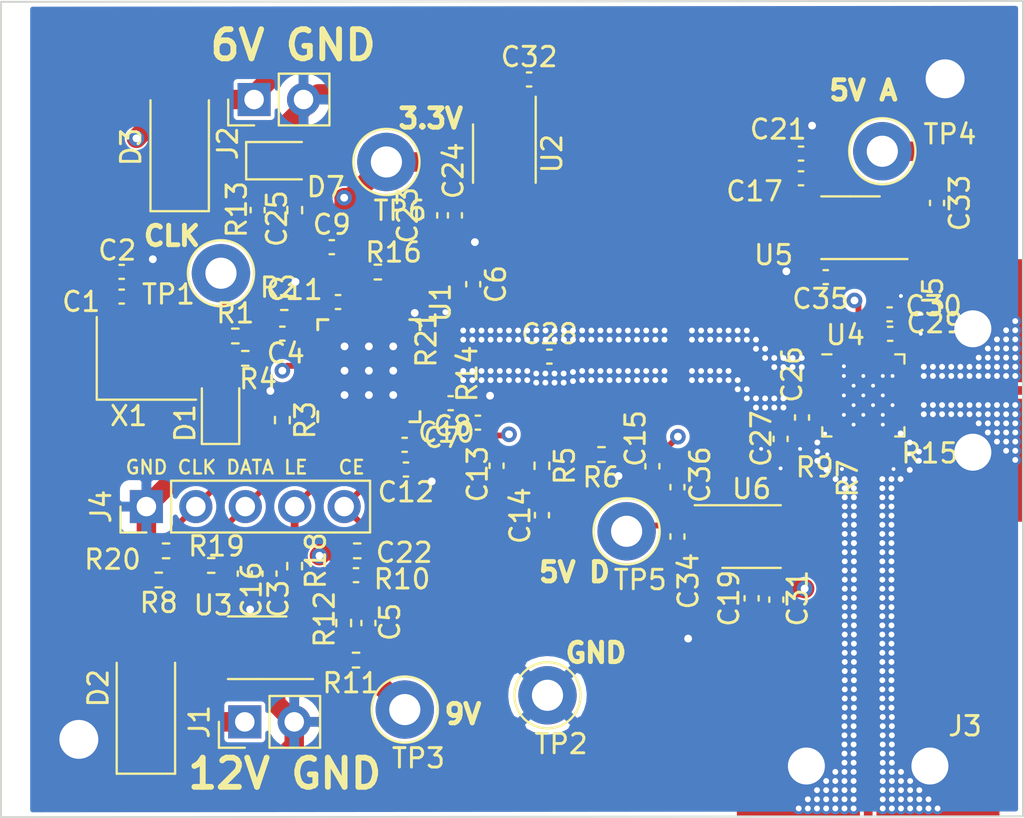
<source format=kicad_pcb>
(kicad_pcb (version 20171130) (host pcbnew "(5.1.8)-1")
  (layers (0 F.Cu signal) (1 In1.Cu signal hide) (2 In2.Cu signal hide) (31 B.Cu power hide) (34 B.Paste user) (35 F.Paste user) (36 B.SilkS user) (37 F.SilkS user) (38 B.Mask user) (39 F.Mask user hide) (44 Edge.Cuts user))
  (net 0 "")
  (net 1 +3V3)
  (net 2 "Net-(C4-Pad1)")
  (net 3 "Net-(C6-Pad2)")
  (net 4 +9V)
  (net 5 "Net-(C13-Pad2)")
  (net 6 "Net-(C14-Pad2)")
  (net 7 CPout)
  (net 8 +12V)
  (net 9 0)
  (net 10 +5VD)
  (net 11 "Net-(D1-Pad2)")
  (net 12 "Net-(R1-Pad1)")
  (net 13 "Net-(R3-Pad1)")
  (net 14 "Net-(R4-Pad2)")
  (net 15 DIV16)
  (net 16 +5VA)
  (net 17 "Net-(C28-Pad2)")
  (net 18 "Net-(D7-Pad2)")
  (net 19 "Net-(R15-Pad1)")
  (net 20 "Net-(J4-Pad2)")
  (net 21 "Net-(J4-Pad3)")
  (net 22 "Net-(J4-Pad4)")
  (net 23 "Net-(J4-Pad5)")
  (net 24 "Net-(R16-Pad2)")
  (net 25 "Net-(C5-Pad1)")
  (net 26 +6V)
  (net 27 "Net-(C32-Pad1)")
  (net 28 "Net-(C33-Pad1)")
  (net 29 "Net-(C34-Pad1)")
  (net 30 "Net-(C16-Pad2)")
  (net 31 "Net-(C4-Pad2)")
  (net 32 "Net-(J3-Pad1)")
  (net 33 "Net-(J5-Pad1)")
  (net 34 "Net-(U1-Pad27)")
  (net 35 "Net-(U1-Pad19)")
  (net 36 "Net-(U1-Pad18)")
  (net 37 "Net-(U2-Pad7)")
  (net 38 "Net-(U2-Pad6)")
  (net 39 "Net-(U3-Pad7)")
  (net 40 "Net-(U3-Pad6)")
  (net 41 "Net-(U3-Pad3)")
  (net 42 "Net-(U5-Pad7)")
  (net 43 "Net-(U5-Pad6)")
  (net 44 "Net-(U6-Pad7)")
  (net 45 "Net-(U6-Pad6)")
  (net 46 "Net-(X1-Pad1)")
  (module Microwave_LO_Generator:R_0201_0603_HandSolder_mod (layer F.Cu) (at 112.335 97.330001 90)
    (fp_text reference R21 (at 0 -1.05 90) (layer F.SilkS))
    (fp_text value 100r)
    (pad 2 smd roundrect (at 0.4175 0 90) (size 0.635 0.4) (layers F.Cu F.Mask) (net 9 0))
    (pad 1 smd roundrect (at -0.4175 0 90) (size 0.635 0.4) (layers F.Cu F.Mask) (net 15 DIV16))
  )
  (module Microwave_LO_Generator:R_0201_0603_HandSolder_mod (layer F.Cu) (at 112.335 99.105001 270)
    (fp_text reference R14 (at 0 -1.05 90) (layer F.SilkS))
    (fp_text value 100r)
    (pad 2 smd roundrect (at 0.4175 0 270) (size 0.635 0.4) (layers F.Cu F.Mask) (net 9 0))
    (pad 1 smd roundrect (at -0.4175 0 270) (size 0.635 0.4) (layers F.Cu F.Mask) (net 15 DIV16))
  )
  (module TestPoint:TestPoint_Loop_D2.60mm_Drill1.6mm_Beaded (layer F.Cu) (at 117.51 115.630001)
    (fp_text reference TP2 (at 0.7 2.5) (layer F.SilkS))
    (fp_text value TestPoint)
    (pad 1 thru_hole circle (at 0 0) (size 3 3) (drill 1.6) (layers *.Cu *.Mask) (net 9 0))
  )
  (module Microwave_LO_Generator:R_0201_0603_HandSolder_mod (layer F.Cu) (at 133.985 104.480001 90)
    (fp_text reference R7 (at 0 -1.05 90) (layer F.SilkS))
    (fp_text value 0r)
    (pad 2 smd roundrect (at 0.4175 0 90) (size 0.635 0.4) (layers F.Cu F.Mask) (net 19 "Net-(R15-Pad1)"))
    (pad 1 smd roundrect (at -0.4175 0 90) (size 0.635 0.4) (layers F.Cu F.Mask) (net 32 "Net-(J3-Pad1)"))
  )
  (module Microwave_LO_Generator:Connettore (layer F.Cu) (at 139.8 99.870002 90)
    (fp_text reference J5 (at 4.885 -2.49 90) (layer F.SilkS))
    (fp_text value Conn_01x02_Female)
    (pad 2 thru_hole circle (at 1.125 -2.96 90) (size 0.6 0.6) (drill 0.3) (layers *.Cu *.Mask) (net 9 0))
    (pad 2 thru_hole circle (at 0.655 -2.96 90) (size 0.6 0.6) (drill 0.3) (layers *.Cu *.Mask) (net 9 0))
    (pad 2 thru_hole circle (at 1.125 -2.49 90) (size 0.6 0.6) (drill 0.3) (layers *.Cu *.Mask) (net 9 0))
    (pad 2 thru_hole circle (at 0.655 -2.49 90) (size 0.6 0.6) (drill 0.3) (layers *.Cu *.Mask) (net 9 0))
    (pad 2 thru_hole circle (at 1.125 -2.02 90) (size 0.6 0.6) (drill 0.3) (layers *.Cu *.Mask) (net 9 0))
    (pad 2 thru_hole circle (at 0.655 -2.02 90) (size 0.6 0.6) (drill 0.3) (layers *.Cu *.Mask) (net 9 0))
    (pad 2 thru_hole circle (at 1.125 -1.55 90) (size 0.6 0.6) (drill 0.3) (layers *.Cu *.Mask) (net 9 0))
    (pad 2 thru_hole circle (at 0.655 -1.55 90) (size 0.6 0.6) (drill 0.3) (layers *.Cu *.Mask) (net 9 0))
    (pad 2 thru_hole circle (at 1.125 -1.08 90) (size 0.6 0.6) (drill 0.3) (layers *.Cu *.Mask) (net 9 0))
    (pad 2 thru_hole circle (at 0.655 -1.08 90) (size 0.6 0.6) (drill 0.3) (layers *.Cu *.Mask) (net 9 0))
    (pad 2 thru_hole circle (at 1.125 -0.61 90) (size 0.6 0.6) (drill 0.3) (layers *.Cu *.Mask) (net 9 0))
    (pad 2 thru_hole circle (at 0.655 -0.61 90) (size 0.6 0.6) (drill 0.3) (layers *.Cu *.Mask) (net 9 0))
    (pad 2 thru_hole circle (at 1.595 -0.14 90) (size 0.6 0.6) (drill 0.3) (layers *.Cu *.Mask) (net 9 0))
    (pad 2 thru_hole circle (at 1.125 -0.14 90) (size 0.6 0.6) (drill 0.3) (layers *.Cu *.Mask) (net 9 0))
    (pad 2 thru_hole circle (at 0.655 -0.14 90) (size 0.6 0.6) (drill 0.3) (layers *.Cu *.Mask) (net 9 0))
    (pad 2 thru_hole circle (at 2.065 0.33 90) (size 0.6 0.6) (drill 0.3) (layers *.Cu *.Mask) (net 9 0))
    (pad 2 thru_hole circle (at 1.595 0.33 90) (size 0.6 0.6) (drill 0.3) (layers *.Cu *.Mask) (net 9 0))
    (pad 2 thru_hole circle (at 1.125 0.33 90) (size 0.6 0.6) (drill 0.3) (layers *.Cu *.Mask) (net 9 0))
    (pad 2 thru_hole circle (at 0.655 0.33 90) (size 0.6 0.6) (drill 0.3) (layers *.Cu *.Mask) (net 9 0))
    (pad 2 thru_hole circle (at 2.535 0.8 90) (size 0.6 0.6) (drill 0.3) (layers *.Cu *.Mask) (net 9 0))
    (pad 2 thru_hole circle (at 2.065 0.8 90) (size 0.6 0.6) (drill 0.3) (layers *.Cu *.Mask) (net 9 0))
    (pad 2 thru_hole circle (at 1.595 0.8 90) (size 0.6 0.6) (drill 0.3) (layers *.Cu *.Mask) (net 9 0))
    (pad 2 thru_hole circle (at 1.125 0.8 90) (size 0.6 0.6) (drill 0.3) (layers *.Cu *.Mask) (net 9 0))
    (pad 2 thru_hole circle (at 0.655 0.8 90) (size 0.6 0.6) (drill 0.3) (layers *.Cu *.Mask) (net 9 0))
    (pad 2 thru_hole circle (at 3.005 1.27 90) (size 0.6 0.6) (drill 0.3) (layers *.Cu *.Mask) (net 9 0))
    (pad 2 thru_hole circle (at 2.535 1.27 90) (size 0.6 0.6) (drill 0.3) (layers *.Cu *.Mask) (net 9 0))
    (pad 2 thru_hole circle (at 2.065 1.27 90) (size 0.6 0.6) (drill 0.3) (layers *.Cu *.Mask) (net 9 0))
    (pad 2 thru_hole circle (at 1.595 1.27 90) (size 0.6 0.6) (drill 0.3) (layers *.Cu *.Mask) (net 9 0))
    (pad 2 thru_hole circle (at 1.125 1.27 90) (size 0.6 0.6) (drill 0.3) (layers *.Cu *.Mask) (net 9 0))
    (pad 2 thru_hole circle (at 0.655 1.27 90) (size 0.6 0.6) (drill 0.3) (layers *.Cu *.Mask) (net 9 0))
    (pad 2 thru_hole circle (at 0.655 1.74 90) (size 0.6 0.6) (drill 0.3) (layers *.Cu *.Mask) (net 9 0))
    (pad 2 thru_hole circle (at 1.125 1.74 90) (size 0.6 0.6) (drill 0.3) (layers *.Cu *.Mask) (net 9 0))
    (pad 2 thru_hole circle (at 1.595 1.74 90) (size 0.6 0.6) (drill 0.3) (layers *.Cu *.Mask) (net 9 0))
    (pad 2 thru_hole circle (at 2.065 1.74 90) (size 0.6 0.6) (drill 0.3) (layers *.Cu *.Mask) (net 9 0))
    (pad 2 thru_hole circle (at 2.535 1.74 90) (size 0.6 0.6) (drill 0.3) (layers *.Cu *.Mask) (net 9 0))
    (pad 2 thru_hole circle (at 3.005 1.74 90) (size 0.6 0.6) (drill 0.3) (layers *.Cu *.Mask) (net 9 0))
    (pad 2 thru_hole circle (at -0.84 -2.96 90) (size 0.6 0.6) (drill 0.3) (layers *.Cu *.Mask) (net 9 0))
    (pad 2 thru_hole circle (at -1.31 -2.96 90) (size 0.6 0.6) (drill 0.3) (layers *.Cu *.Mask) (net 9 0))
    (pad 2 thru_hole circle (at -0.84 -2.49 90) (size 0.6 0.6) (drill 0.3) (layers *.Cu *.Mask) (net 9 0))
    (pad 2 thru_hole circle (at -1.31 -2.49 90) (size 0.6 0.6) (drill 0.3) (layers *.Cu *.Mask) (net 9 0))
    (pad 2 thru_hole circle (at -0.84 -2.02 90) (size 0.6 0.6) (drill 0.3) (layers *.Cu *.Mask) (net 9 0))
    (pad 2 thru_hole circle (at -1.31 -2.02 90) (size 0.6 0.6) (drill 0.3) (layers *.Cu *.Mask) (net 9 0))
    (pad 2 thru_hole circle (at -0.84 -1.55 90) (size 0.6 0.6) (drill 0.3) (layers *.Cu *.Mask) (net 9 0))
    (pad 2 thru_hole circle (at -1.31 -1.55 90) (size 0.6 0.6) (drill 0.3) (layers *.Cu *.Mask) (net 9 0))
    (pad 2 thru_hole circle (at -0.84 -1.08 90) (size 0.6 0.6) (drill 0.3) (layers *.Cu *.Mask) (net 9 0))
    (pad 2 thru_hole circle (at -1.31 -1.08 90) (size 0.6 0.6) (drill 0.3) (layers *.Cu *.Mask) (net 9 0))
    (pad 2 thru_hole circle (at -0.84 -0.61 90) (size 0.6 0.6) (drill 0.3) (layers *.Cu *.Mask) (net 9 0))
    (pad 2 thru_hole circle (at -1.31 -0.61 90) (size 0.6 0.6) (drill 0.3) (layers *.Cu *.Mask) (net 9 0))
    (pad 2 thru_hole circle (at -0.84 -0.14 90) (size 0.6 0.6) (drill 0.3) (layers *.Cu *.Mask) (net 9 0))
    (pad 2 thru_hole circle (at -1.31 -0.14 90) (size 0.6 0.6) (drill 0.3) (layers *.Cu *.Mask) (net 9 0))
    (pad 2 thru_hole circle (at -1.78 -0.14 90) (size 0.6 0.6) (drill 0.3) (layers *.Cu *.Mask) (net 9 0))
    (pad 2 thru_hole circle (at -0.84 0.33 90) (size 0.6 0.6) (drill 0.3) (layers *.Cu *.Mask) (net 9 0))
    (pad 2 thru_hole circle (at -1.31 0.33 90) (size 0.6 0.6) (drill 0.3) (layers *.Cu *.Mask) (net 9 0))
    (pad 2 thru_hole circle (at -1.78 0.33 90) (size 0.6 0.6) (drill 0.3) (layers *.Cu *.Mask) (net 9 0))
    (pad 2 thru_hole circle (at -2.25 0.33 90) (size 0.6 0.6) (drill 0.3) (layers *.Cu *.Mask) (net 9 0))
    (pad 2 thru_hole circle (at -0.84 0.8 90) (size 0.6 0.6) (drill 0.3) (layers *.Cu *.Mask) (net 9 0))
    (pad 2 thru_hole circle (at -1.31 0.8 90) (size 0.6 0.6) (drill 0.3) (layers *.Cu *.Mask) (net 9 0))
    (pad 2 thru_hole circle (at -1.78 0.8 90) (size 0.6 0.6) (drill 0.3) (layers *.Cu *.Mask) (net 9 0))
    (pad 2 thru_hole circle (at -2.25 0.8 90) (size 0.6 0.6) (drill 0.3) (layers *.Cu *.Mask) (net 9 0))
    (pad 2 thru_hole circle (at -2.72 0.8 90) (size 0.6 0.6) (drill 0.3) (layers *.Cu *.Mask) (net 9 0))
    (pad 2 thru_hole circle (at -0.84 1.27 90) (size 0.6 0.6) (drill 0.3) (layers *.Cu *.Mask) (net 9 0))
    (pad 2 thru_hole circle (at -1.31 1.27 90) (size 0.6 0.6) (drill 0.3) (layers *.Cu *.Mask) (net 9 0))
    (pad 2 thru_hole circle (at -1.78 1.27 90) (size 0.6 0.6) (drill 0.3) (layers *.Cu *.Mask) (net 9 0))
    (pad 2 thru_hole circle (at -2.25 1.27 90) (size 0.6 0.6) (drill 0.3) (layers *.Cu *.Mask) (net 9 0))
    (pad 2 thru_hole circle (at -2.72 1.27 90) (size 0.6 0.6) (drill 0.3) (layers *.Cu *.Mask) (net 9 0))
    (pad 2 thru_hole circle (at -3.19 1.27 90) (size 0.6 0.6) (drill 0.3) (layers *.Cu *.Mask) (net 9 0))
    (pad 2 thru_hole circle (at -0.84 1.74 90) (size 0.6 0.6) (drill 0.3) (layers *.Cu *.Mask) (net 9 0))
    (pad 2 thru_hole circle (at -1.31 1.74 90) (size 0.6 0.6) (drill 0.3) (layers *.Cu *.Mask) (net 9 0))
    (pad 2 thru_hole circle (at -1.78 1.74 90) (size 0.6 0.6) (drill 0.3) (layers *.Cu *.Mask) (net 9 0))
    (pad 2 thru_hole circle (at -2.25 1.74 90) (size 0.6 0.6) (drill 0.3) (layers *.Cu *.Mask) (net 9 0))
    (pad 2 thru_hole circle (at -2.72 1.74 90) (size 0.6 0.6) (drill 0.3) (layers *.Cu *.Mask) (net 9 0))
    (pad 2 thru_hole circle (at -3.19 1.74 90) (size 0.6 0.6) (drill 0.3) (layers *.Cu *.Mask) (net 9 0))
    (pad 2 thru_hole circle (at -3.66 1.74 90) (size 0.6 0.6) (drill 0.3) (layers *.Cu *.Mask) (net 9 0))
    (pad 2 thru_hole circle (at 3.475 1.74 90) (size 0.6 0.6) (drill 0.3) (layers *.Cu *.Mask) (net 9 0))
    (pad 2 thru_hole circle (at 3.08 -0.44 90) (size 2.2 2.2) (drill 1.9) (layers *.Cu *.Mask) (net 9 0))
    (pad 2 thru_hole circle (at -3.265 -0.44 90) (size 2.2 2.2) (drill 1.9) (layers *.Cu *.Mask) (net 9 0))
    (pad 2 connect rect (at -3.675 -0.65 90) (size 6.3218 5.5) (layers F.Cu F.Mask) (net 9 0))
    (pad 2 connect rect (at 3.495001 -0.65 90) (size 6.3218 5.5) (layers F.Cu F.Mask) (net 9 0))
    (pad 1 connect rect (at -0.089999 -0.65 90) (size 0.448177 5.5) (layers F.Cu F.Mask) (net 33 "Net-(J5-Pad1)"))
  )
  (module Microwave_LO_Generator:Connettore (layer F.Cu) (at 134.074999 119.705001)
    (fp_text reference J3 (at 4.885 -2.49) (layer F.SilkS))
    (fp_text value Conn_01x02_Female)
    (pad 2 thru_hole circle (at 1.125 -2.96) (size 0.6 0.6) (drill 0.3) (layers *.Cu *.Mask) (net 9 0))
    (pad 2 thru_hole circle (at 0.655 -2.96) (size 0.6 0.6) (drill 0.3) (layers *.Cu *.Mask) (net 9 0))
    (pad 2 thru_hole circle (at 1.125 -2.49) (size 0.6 0.6) (drill 0.3) (layers *.Cu *.Mask) (net 9 0))
    (pad 2 thru_hole circle (at 0.655 -2.49) (size 0.6 0.6) (drill 0.3) (layers *.Cu *.Mask) (net 9 0))
    (pad 2 thru_hole circle (at 1.125 -2.02) (size 0.6 0.6) (drill 0.3) (layers *.Cu *.Mask) (net 9 0))
    (pad 2 thru_hole circle (at 0.655 -2.02) (size 0.6 0.6) (drill 0.3) (layers *.Cu *.Mask) (net 9 0))
    (pad 2 thru_hole circle (at 1.125 -1.55) (size 0.6 0.6) (drill 0.3) (layers *.Cu *.Mask) (net 9 0))
    (pad 2 thru_hole circle (at 0.655 -1.55) (size 0.6 0.6) (drill 0.3) (layers *.Cu *.Mask) (net 9 0))
    (pad 2 thru_hole circle (at 1.125 -1.08) (size 0.6 0.6) (drill 0.3) (layers *.Cu *.Mask) (net 9 0))
    (pad 2 thru_hole circle (at 0.655 -1.08) (size 0.6 0.6) (drill 0.3) (layers *.Cu *.Mask) (net 9 0))
    (pad 2 thru_hole circle (at 1.125 -0.61) (size 0.6 0.6) (drill 0.3) (layers *.Cu *.Mask) (net 9 0))
    (pad 2 thru_hole circle (at 0.655 -0.61) (size 0.6 0.6) (drill 0.3) (layers *.Cu *.Mask) (net 9 0))
    (pad 2 thru_hole circle (at 1.595 -0.14) (size 0.6 0.6) (drill 0.3) (layers *.Cu *.Mask) (net 9 0))
    (pad 2 thru_hole circle (at 1.125 -0.14) (size 0.6 0.6) (drill 0.3) (layers *.Cu *.Mask) (net 9 0))
    (pad 2 thru_hole circle (at 0.655 -0.14) (size 0.6 0.6) (drill 0.3) (layers *.Cu *.Mask) (net 9 0))
    (pad 2 thru_hole circle (at 2.065 0.33) (size 0.6 0.6) (drill 0.3) (layers *.Cu *.Mask) (net 9 0))
    (pad 2 thru_hole circle (at 1.595 0.33) (size 0.6 0.6) (drill 0.3) (layers *.Cu *.Mask) (net 9 0))
    (pad 2 thru_hole circle (at 1.125 0.33) (size 0.6 0.6) (drill 0.3) (layers *.Cu *.Mask) (net 9 0))
    (pad 2 thru_hole circle (at 0.655 0.33) (size 0.6 0.6) (drill 0.3) (layers *.Cu *.Mask) (net 9 0))
    (pad 2 thru_hole circle (at 2.535 0.8) (size 0.6 0.6) (drill 0.3) (layers *.Cu *.Mask) (net 9 0))
    (pad 2 thru_hole circle (at 2.065 0.8) (size 0.6 0.6) (drill 0.3) (layers *.Cu *.Mask) (net 9 0))
    (pad 2 thru_hole circle (at 1.595 0.8) (size 0.6 0.6) (drill 0.3) (layers *.Cu *.Mask) (net 9 0))
    (pad 2 thru_hole circle (at 1.125 0.8) (size 0.6 0.6) (drill 0.3) (layers *.Cu *.Mask) (net 9 0))
    (pad 2 thru_hole circle (at 0.655 0.8) (size 0.6 0.6) (drill 0.3) (layers *.Cu *.Mask) (net 9 0))
    (pad 2 thru_hole circle (at 3.005 1.27) (size 0.6 0.6) (drill 0.3) (layers *.Cu *.Mask) (net 9 0))
    (pad 2 thru_hole circle (at 2.535 1.27) (size 0.6 0.6) (drill 0.3) (layers *.Cu *.Mask) (net 9 0))
    (pad 2 thru_hole circle (at 2.065 1.27) (size 0.6 0.6) (drill 0.3) (layers *.Cu *.Mask) (net 9 0))
    (pad 2 thru_hole circle (at 1.595 1.27) (size 0.6 0.6) (drill 0.3) (layers *.Cu *.Mask) (net 9 0))
    (pad 2 thru_hole circle (at 1.125 1.27) (size 0.6 0.6) (drill 0.3) (layers *.Cu *.Mask) (net 9 0))
    (pad 2 thru_hole circle (at 0.655 1.27) (size 0.6 0.6) (drill 0.3) (layers *.Cu *.Mask) (net 9 0))
    (pad 2 thru_hole circle (at 0.655 1.74) (size 0.6 0.6) (drill 0.3) (layers *.Cu *.Mask) (net 9 0))
    (pad 2 thru_hole circle (at 1.125 1.74) (size 0.6 0.6) (drill 0.3) (layers *.Cu *.Mask) (net 9 0))
    (pad 2 thru_hole circle (at 1.595 1.74) (size 0.6 0.6) (drill 0.3) (layers *.Cu *.Mask) (net 9 0))
    (pad 2 thru_hole circle (at 2.065 1.74) (size 0.6 0.6) (drill 0.3) (layers *.Cu *.Mask) (net 9 0))
    (pad 2 thru_hole circle (at 2.535 1.74) (size 0.6 0.6) (drill 0.3) (layers *.Cu *.Mask) (net 9 0))
    (pad 2 thru_hole circle (at 3.005 1.74) (size 0.6 0.6) (drill 0.3) (layers *.Cu *.Mask) (net 9 0))
    (pad 2 thru_hole circle (at -0.84 -2.96) (size 0.6 0.6) (drill 0.3) (layers *.Cu *.Mask) (net 9 0))
    (pad 2 thru_hole circle (at -1.31 -2.96) (size 0.6 0.6) (drill 0.3) (layers *.Cu *.Mask) (net 9 0))
    (pad 2 thru_hole circle (at -0.84 -2.49) (size 0.6 0.6) (drill 0.3) (layers *.Cu *.Mask) (net 9 0))
    (pad 2 thru_hole circle (at -1.31 -2.49) (size 0.6 0.6) (drill 0.3) (layers *.Cu *.Mask) (net 9 0))
    (pad 2 thru_hole circle (at -0.84 -2.02) (size 0.6 0.6) (drill 0.3) (layers *.Cu *.Mask) (net 9 0))
    (pad 2 thru_hole circle (at -1.31 -2.02) (size 0.6 0.6) (drill 0.3) (layers *.Cu *.Mask) (net 9 0))
    (pad 2 thru_hole circle (at -0.84 -1.55) (size 0.6 0.6) (drill 0.3) (layers *.Cu *.Mask) (net 9 0))
    (pad 2 thru_hole circle (at -1.31 -1.55) (size 0.6 0.6) (drill 0.3) (layers *.Cu *.Mask) (net 9 0))
    (pad 2 thru_hole circle (at -0.84 -1.08) (size 0.6 0.6) (drill 0.3) (layers *.Cu *.Mask) (net 9 0))
    (pad 2 thru_hole circle (at -1.31 -1.08) (size 0.6 0.6) (drill 0.3) (layers *.Cu *.Mask) (net 9 0))
    (pad 2 thru_hole circle (at -0.84 -0.61) (size 0.6 0.6) (drill 0.3) (layers *.Cu *.Mask) (net 9 0))
    (pad 2 thru_hole circle (at -1.31 -0.61) (size 0.6 0.6) (drill 0.3) (layers *.Cu *.Mask) (net 9 0))
    (pad 2 thru_hole circle (at -0.84 -0.14) (size 0.6 0.6) (drill 0.3) (layers *.Cu *.Mask) (net 9 0))
    (pad 2 thru_hole circle (at -1.31 -0.14) (size 0.6 0.6) (drill 0.3) (layers *.Cu *.Mask) (net 9 0))
    (pad 2 thru_hole circle (at -1.78 -0.14) (size 0.6 0.6) (drill 0.3) (layers *.Cu *.Mask) (net 9 0))
    (pad 2 thru_hole circle (at -0.84 0.33) (size 0.6 0.6) (drill 0.3) (layers *.Cu *.Mask) (net 9 0))
    (pad 2 thru_hole circle (at -1.31 0.33) (size 0.6 0.6) (drill 0.3) (layers *.Cu *.Mask) (net 9 0))
    (pad 2 thru_hole circle (at -1.78 0.33) (size 0.6 0.6) (drill 0.3) (layers *.Cu *.Mask) (net 9 0))
    (pad 2 thru_hole circle (at -2.25 0.33) (size 0.6 0.6) (drill 0.3) (layers *.Cu *.Mask) (net 9 0))
    (pad 2 thru_hole circle (at -0.84 0.8) (size 0.6 0.6) (drill 0.3) (layers *.Cu *.Mask) (net 9 0))
    (pad 2 thru_hole circle (at -1.31 0.8) (size 0.6 0.6) (drill 0.3) (layers *.Cu *.Mask) (net 9 0))
    (pad 2 thru_hole circle (at -1.78 0.8) (size 0.6 0.6) (drill 0.3) (layers *.Cu *.Mask) (net 9 0))
    (pad 2 thru_hole circle (at -2.25 0.8) (size 0.6 0.6) (drill 0.3) (layers *.Cu *.Mask) (net 9 0))
    (pad 2 thru_hole circle (at -2.72 0.8) (size 0.6 0.6) (drill 0.3) (layers *.Cu *.Mask) (net 9 0))
    (pad 2 thru_hole circle (at -0.84 1.27) (size 0.6 0.6) (drill 0.3) (layers *.Cu *.Mask) (net 9 0))
    (pad 2 thru_hole circle (at -1.31 1.27) (size 0.6 0.6) (drill 0.3) (layers *.Cu *.Mask) (net 9 0))
    (pad 2 thru_hole circle (at -1.78 1.27) (size 0.6 0.6) (drill 0.3) (layers *.Cu *.Mask) (net 9 0))
    (pad 2 thru_hole circle (at -2.25 1.27) (size 0.6 0.6) (drill 0.3) (layers *.Cu *.Mask) (net 9 0))
    (pad 2 thru_hole circle (at -2.72 1.27) (size 0.6 0.6) (drill 0.3) (layers *.Cu *.Mask) (net 9 0))
    (pad 2 thru_hole circle (at -3.19 1.27) (size 0.6 0.6) (drill 0.3) (layers *.Cu *.Mask) (net 9 0))
    (pad 2 thru_hole circle (at -0.84 1.74) (size 0.6 0.6) (drill 0.3) (layers *.Cu *.Mask) (net 9 0))
    (pad 2 thru_hole circle (at -1.31 1.74) (size 0.6 0.6) (drill 0.3) (layers *.Cu *.Mask) (net 9 0))
    (pad 2 thru_hole circle (at -1.78 1.74) (size 0.6 0.6) (drill 0.3) (layers *.Cu *.Mask) (net 9 0))
    (pad 2 thru_hole circle (at -2.25 1.74) (size 0.6 0.6) (drill 0.3) (layers *.Cu *.Mask) (net 9 0))
    (pad 2 thru_hole circle (at -2.72 1.74) (size 0.6 0.6) (drill 0.3) (layers *.Cu *.Mask) (net 9 0))
    (pad 2 thru_hole circle (at -3.19 1.74) (size 0.6 0.6) (drill 0.3) (layers *.Cu *.Mask) (net 9 0))
    (pad 2 thru_hole circle (at -3.66 1.74) (size 0.6 0.6) (drill 0.3) (layers *.Cu *.Mask) (net 9 0))
    (pad 2 thru_hole circle (at 3.475 1.74) (size 0.6 0.6) (drill 0.3) (layers *.Cu *.Mask) (net 9 0))
    (pad 2 thru_hole circle (at 3.08 -0.44) (size 2.2 2.2) (drill 1.9) (layers *.Cu *.Mask) (net 9 0))
    (pad 2 thru_hole circle (at -3.265 -0.44) (size 2.2 2.2) (drill 1.9) (layers *.Cu *.Mask) (net 9 0))
    (pad 2 connect rect (at -3.675 -0.65) (size 6.3218 5.5) (layers F.Cu F.Mask) (net 9 0))
    (pad 2 connect rect (at 3.495001 -0.65) (size 6.3218 5.5) (layers F.Cu F.Mask) (net 9 0))
    (pad 1 connect rect (at -0.089999 -0.65) (size 0.448177 5.5) (layers F.Cu F.Mask) (net 32 "Net-(J3-Pad1)"))
  )
  (module Microwave_LO_Generator:QFN-24-1EP_4x4mm_P0.5mm_EP2.7x2.7mm_ThermalVias_mod (layer F.Cu) (at 133.735 100.215)
    (fp_text reference U4 (at -0.92 -3.105) (layer F.SilkS))
    (fp_text value HMC739LP4E)
    (pad 11 thru_hole circle (at 1 1.5) (size 0.5 0.5) (drill 0.2) (layers *.Cu *.Mask) (net 9 0))
    (pad 11 thru_hole circle (at -0.5 1.5) (size 0.5 0.5) (drill 0.2) (layers *.Cu *.Mask) (net 9 0))
    (pad 11 thru_hole circle (at -1 1) (size 0.5 0.5) (drill 0.2) (layers *.Cu *.Mask) (net 9 0))
    (pad 11 thru_hole circle (at 0 1) (size 0.5 0.5) (drill 0.2) (layers *.Cu *.Mask) (net 9 0))
    (pad 11 thru_hole circle (at 1 1) (size 0.5 0.5) (drill 0.2) (layers *.Cu *.Mask) (net 9 0))
    (pad 11 thru_hole circle (at 1.5 0.5) (size 0.5 0.5) (drill 0.2) (layers *.Cu *.Mask) (net 9 0))
    (pad 11 thru_hole circle (at 0.5 0.5) (size 0.5 0.5) (drill 0.2) (layers *.Cu *.Mask) (net 9 0))
    (pad 11 thru_hole circle (at -0.5 0.5) (size 0.5 0.5) (drill 0.2) (layers *.Cu *.Mask) (net 9 0))
    (pad 11 thru_hole circle (at -1 0) (size 0.5 0.5) (drill 0.2) (layers *.Cu *.Mask) (net 9 0))
    (pad 11 thru_hole circle (at 0 0) (size 0.5 0.5) (drill 0.2) (layers *.Cu *.Mask) (net 9 0))
    (pad 11 thru_hole circle (at 1 0) (size 0.5 0.5) (drill 0.2) (layers *.Cu *.Mask) (net 9 0))
    (pad 11 thru_hole circle (at 0.5 -0.5) (size 0.5 0.5) (drill 0.2) (layers *.Cu *.Mask) (net 9 0))
    (pad 11 thru_hole circle (at -0.5 -0.5) (size 0.5 0.5) (drill 0.2) (layers *.Cu *.Mask) (net 9 0))
    (pad 11 thru_hole circle (at 1 -1) (size 0.5 0.5) (drill 0.2) (layers *.Cu *.Mask) (net 9 0))
    (pad 11 thru_hole circle (at 1.5 -1) (size 0.5 0.5) (drill 0.2) (layers *.Cu *.Mask) (net 9 0))
    (pad 11 thru_hole circle (at 0 -1) (size 0.5 0.5) (drill 0.2) (layers *.Cu *.Mask) (net 9 0))
    (pad 11 thru_hole circle (at -1 -1) (size 0.5 0.5) (drill 0.2) (layers *.Cu *.Mask) (net 9 0))
    (pad 11 thru_hole circle (at -1 -1.5) (size 0.5 0.5) (drill 0.2) (layers *.Cu *.Mask) (net 9 0))
    (pad 11 smd rect (at 0 0) (size 2.7 2.7) (layers B.Cu) (net 9 0))
    (pad 11 smd rect (at 0 0) (size 2.7 2.7) (layers F.Cu F.Mask) (net 9 0))
    (pad 24 smd roundrect (at -1.25 -1.9625) (size 0.25 0.825) (layers F.Cu F.Paste F.Mask) (net 9 0))
    (pad 23 smd roundrect (at -0.75 -1.9625) (size 0.25 0.825) (layers F.Cu F.Paste F.Mask) (net 9 0))
    (pad 22 smd roundrect (at -0.25 -1.9625) (size 0.25 0.825) (layers F.Cu F.Paste F.Mask) (net 7 CPout))
    (pad 21 smd roundrect (at 0.25 -1.9625) (size 0.25 0.825) (layers F.Cu F.Paste F.Mask) (net 9 0))
    (pad 20 smd roundrect (at 0.75 -1.9625) (size 0.25 0.825) (layers F.Cu F.Paste F.Mask) (net 16 +5VA))
    (pad 19 smd roundrect (at 1.25 -1.9625) (size 0.25 0.825) (layers F.Cu F.Paste F.Mask) (net 9 0))
    (pad 18 smd roundrect (at 1.9625 -1.25) (size 0.825 0.25) (layers F.Cu F.Paste F.Mask) (net 9 0))
    (pad 17 smd roundrect (at 1.9625 -0.75) (size 0.825 0.25) (layers F.Cu F.Paste F.Mask) (net 9 0))
    (pad 16 smd roundrect (at 1.9625 -0.25) (size 0.825 0.25) (layers F.Cu F.Paste F.Mask) (net 33 "Net-(J5-Pad1)"))
    (pad 15 smd roundrect (at 1.9625 0.25) (size 0.825 0.25) (layers F.Cu F.Paste F.Mask) (net 9 0))
    (pad 14 smd roundrect (at 1.9625 0.75) (size 0.825 0.25) (layers F.Cu F.Paste F.Mask) (net 9 0))
    (pad 13 smd roundrect (at 1.9625 1.25) (size 0.825 0.25) (layers F.Cu F.Paste F.Mask) (net 9 0))
    (pad 12 smd roundrect (at 1.25 1.9625) (size 0.25 0.825) (layers F.Cu F.Paste F.Mask) (net 9 0))
    (pad 11 smd roundrect (at 0.75 1.9625) (size 0.25 0.825) (layers F.Cu F.Paste F.Mask) (net 9 0))
    (pad 10 smd roundrect (at 0.25 1.9625) (size 0.25 0.825) (layers F.Cu F.Paste F.Mask) (net 19 "Net-(R15-Pad1)"))
    (pad 9 smd roundrect (at -0.25 1.9625) (size 0.25 0.825) (layers F.Cu F.Paste F.Mask) (net 9 0))
    (pad 8 smd roundrect (at -0.75 1.9625) (size 0.25 0.825) (layers F.Cu F.Paste F.Mask) (net 9 0))
    (pad 7 smd roundrect (at -1.25 1.9625) (size 0.25 0.825) (layers F.Cu F.Paste F.Mask) (net 9 0))
    (pad 6 smd roundrect (at -1.9625 1.25) (size 0.825 0.25) (layers F.Cu F.Paste F.Mask) (net 9 0))
    (pad 5 smd roundrect (at -1.9625 0.75) (size 0.825 0.25) (layers F.Cu F.Paste F.Mask) (net 9 0))
    (pad 4 smd roundrect (at -1.9625 0.25) (size 0.825 0.25) (layers F.Cu F.Paste F.Mask) (net 10 +5VD))
    (pad 3 smd roundrect (at -1.9625 -0.25) (size 0.825 0.25) (layers F.Cu F.Paste F.Mask) (net 9 0))
    (pad 2 smd roundrect (at -1.9625 -0.75) (size 0.825 0.25) (layers F.Cu F.Paste F.Mask) (net 17 "Net-(C28-Pad2)"))
    (pad 1 smd roundrect (at -1.9625 -1.25) (size 0.825 0.25) (layers F.Cu F.Paste F.Mask) (net 9 0))
  )
  (module LED_SMD:LED_0805_2012Metric_Pad1.15x1.40mm_HandSolder (layer F.Cu) (at 100.715 100.85 90)
    (fp_text reference D1 (at -0.79 -1.82 90) (layer F.SilkS))
    (fp_text value LED)
    (pad 2 smd roundrect (at 1.025 0 90) (size 1.15 1.4) (layers F.Cu F.Paste F.Mask) (roundrect_rratio 0.217391) (net 11 "Net-(D1-Pad2)"))
    (pad 1 smd roundrect (at -1.025 0 90) (size 1.15 1.4) (layers F.Cu F.Paste F.Mask) (roundrect_rratio 0.217391) (net 9 0))
  )
  (module Diode_SMD:D_MELF (layer F.Cu) (at 98.6155 87.444 90)
    (fp_text reference D3 (at 0 -2.5 90) (layer F.SilkS))
    (fp_text value DIODE)
    (pad 2 smd rect (at 2.4 0 90) (size 1.5 2.7) (layers F.Cu F.Paste F.Mask) (net 26 +6V))
    (pad 1 smd rect (at -2.4 0 90) (size 1.5 2.7) (layers F.Cu F.Paste F.Mask) (net 9 0))
  )
  (module Microwave_LO_Generator:R_0201_0603_HandSolder_mod (layer F.Cu) (at 134.885 103.25)
    (fp_text reference R15 (at 2.2583 -0.06) (layer F.SilkS))
    (fp_text value 100r)
    (pad 2 smd roundrect (at 0.4175 0) (size 0.635 0.4) (layers F.Cu F.Mask) (net 9 0))
    (pad 1 smd roundrect (at -0.4175 0) (size 0.635 0.4) (layers F.Cu F.Mask) (net 19 "Net-(R15-Pad1)"))
  )
  (module Microwave_LO_Generator:R_0201_0603_HandSolder_mod (layer F.Cu) (at 133.085 103.25 180)
    (fp_text reference R9 (at 1.8483 -0.66) (layer F.SilkS))
    (fp_text value 100r)
    (pad 2 smd roundrect (at 0.4175 0 180) (size 0.635 0.4) (layers F.Cu F.Mask) (net 9 0))
    (pad 1 smd roundrect (at -0.4175 0 180) (size 0.635 0.4) (layers F.Cu F.Mask) (net 19 "Net-(R15-Pad1)"))
  )
  (module Microwave_LO_Generator:LFCSP-32-1EP_5x5mm_P0.5mm_mod (layer F.Cu) (at 108.335 98.945 90)
    (fp_text reference U1 (at 3.505 3.68 90) (layer F.SilkS))
    (fp_text value ADF4150HV)
    (pad 1 thru_hole circle (at -1.25 1.25 90) (size 0.8 0.8) (drill 0.4) (layers *.Cu *.Mask) (net 9 0))
    (pad 1 thru_hole circle (at 1.25 1.25 90) (size 0.8 0.8) (drill 0.4) (layers *.Cu *.Mask) (net 9 0))
    (pad 1 thru_hole circle (at 1.25 -1.25 90) (size 0.8 0.8) (drill 0.4) (layers *.Cu *.Mask) (net 9 0))
    (pad 1 thru_hole circle (at -1.25 -1.25 90) (size 0.8 0.8) (drill 0.4) (layers *.Cu *.Mask) (net 9 0))
    (pad 1 thru_hole circle (at 0 -1.25 90) (size 0.8 0.8) (drill 0.4) (layers *.Cu *.Mask) (net 9 0))
    (pad 1 thru_hole circle (at 1.25 0 90) (size 0.8 0.8) (drill 0.4) (layers *.Cu *.Mask) (net 9 0))
    (pad 1 thru_hole circle (at 0 1.25 90) (size 0.8 0.8) (drill 0.4) (layers *.Cu *.Mask) (net 9 0))
    (pad 1 thru_hole circle (at -1.25 0 90) (size 0.8 0.8) (drill 0.4) (layers *.Cu *.Mask) (net 9 0))
    (pad 1 thru_hole circle (at 0 0 90) (size 0.8 0.8) (drill 0.4) (layers *.Cu *.Mask) (net 9 0))
    (pad 1 smd rect (at 0 0 90) (size 3.25 3.25) (layers F.Cu F.Mask) (net 9 0))
    (pad 32 smd rect (at -1.75 -2.4 180) (size 0.8 0.3) (layers F.Cu F.Paste F.Mask) (net 9 0))
    (pad 31 smd rect (at -1.25 -2.4 180) (size 0.8 0.3) (layers F.Cu F.Paste F.Mask) (net 13 "Net-(R3-Pad1)"))
    (pad 30 smd rect (at -0.75 -2.4 180) (size 0.8 0.3) (layers F.Cu F.Paste F.Mask) (net 9 0))
    (pad 29 smd rect (at -0.25 -2.4 180) (size 0.8 0.3) (layers F.Cu F.Paste F.Mask) (net 9 0))
    (pad 28 smd rect (at 0.25 -2.4 180) (size 0.8 0.3) (layers F.Cu F.Paste F.Mask) (net 1 +3V3))
    (pad 27 smd rect (at 0.75 -2.4 180) (size 0.8 0.3) (layers F.Cu F.Paste F.Mask) (net 34 "Net-(U1-Pad27)"))
    (pad 26 smd rect (at 1.25 -2.4 180) (size 0.8 0.3) (layers F.Cu F.Paste F.Mask) (net 14 "Net-(R4-Pad2)"))
    (pad 25 smd rect (at 1.75 -2.425 180) (size 0.75 0.3) (layers F.Cu F.Paste F.Mask) (net 2 "Net-(C4-Pad1)"))
    (pad 24 smd rect (at 2.425 -1.75 90) (size 0.75 0.3) (layers F.Cu F.Paste F.Mask) (net 9 0))
    (pad 23 smd rect (at 2.4 -1.25 90) (size 0.8 0.3) (layers F.Cu F.Paste F.Mask) (net 9 0))
    (pad 22 smd rect (at 2.4 -0.75 90) (size 0.8 0.3) (layers F.Cu F.Paste F.Mask) (net 1 +3V3))
    (pad 21 smd rect (at 2.4 -0.25 90) (size 0.8 0.3) (layers F.Cu F.Paste F.Mask) (net 24 "Net-(R16-Pad2)"))
    (pad 20 smd rect (at 2.4 0.25 90) (size 0.8 0.3) (layers F.Cu F.Paste F.Mask) (net 1 +3V3))
    (pad 19 smd rect (at 2.4 0.75 90) (size 0.8 0.3) (layers F.Cu F.Paste F.Mask) (net 35 "Net-(U1-Pad19)"))
    (pad 18 smd rect (at 2.4 1.25 90) (size 0.8 0.3) (layers F.Cu F.Paste F.Mask) (net 36 "Net-(U1-Pad18)"))
    (pad 17 smd rect (at 2.4 1.75 90) (size 0.8 0.3) (layers F.Cu F.Paste F.Mask) (net 9 0))
    (pad 16 smd rect (at 1.75 2.4 180) (size 0.8 0.3) (layers F.Cu F.Paste F.Mask) (net 9 0))
    (pad 15 smd rect (at 1.25 2.4 180) (size 0.8 0.3) (layers F.Cu F.Paste F.Mask) (net 3 "Net-(C6-Pad2)"))
    (pad 14 smd rect (at 0.75 2.4 180) (size 0.8 0.3) (layers F.Cu F.Paste F.Mask) (net 15 DIV16))
    (pad 13 smd rect (at 0.25 2.4 180) (size 0.8 0.3) (layers F.Cu F.Paste F.Mask) (net 1 +3V3))
    (pad 12 smd rect (at -0.25 2.4 180) (size 0.8 0.3) (layers F.Cu F.Paste F.Mask) (net 9 0))
    (pad 11 smd rect (at -0.75 2.4 180) (size 0.8 0.3) (layers F.Cu F.Paste F.Mask) (net 1 +3V3))
    (pad 10 smd rect (at -1.25 2.4 180) (size 0.8 0.3) (layers F.Cu F.Paste F.Mask) (net 9 0))
    (pad 9 smd rect (at -1.75 2.425 180) (size 0.75 0.3) (layers F.Cu F.Paste F.Mask) (net 5 "Net-(C13-Pad2)"))
    (pad 8 smd rect (at -2.425 1.75 90) (size 0.75 0.3) (layers F.Cu F.Paste F.Mask) (net 9 0))
    (pad 7 smd rect (at -2.4 1.25 90) (size 0.8 0.3) (layers F.Cu F.Paste F.Mask) (net 9 0))
    (pad 6 smd rect (at -2.4 0.75 90) (size 0.8 0.3) (layers F.Cu F.Paste F.Mask) (net 4 +9V))
    (pad 5 smd rect (at -2.4 0.25 90) (size 0.8 0.3) (layers F.Cu F.Paste F.Mask) (net 23 "Net-(J4-Pad5)"))
    (pad 4 smd rect (at -2.4 -0.25 90) (size 0.8 0.3) (layers F.Cu F.Paste F.Mask) (net 22 "Net-(J4-Pad4)"))
    (pad 3 smd rect (at -2.4 -0.75 90) (size 0.8 0.3) (layers F.Cu F.Paste F.Mask) (net 21 "Net-(J4-Pad3)"))
    (pad 2 smd rect (at -2.4 -1.25 90) (size 0.8 0.3) (layers F.Cu F.Paste F.Mask) (net 20 "Net-(J4-Pad2)"))
    (pad 1 smd rect (at -2.4 -1.75 90) (size 0.8 0.3) (layers F.Cu F.Paste F.Mask) (net 9 0))
  )
  (module TestPoint:TestPoint_Loop_D2.60mm_Drill1.6mm_Beaded (layer F.Cu) (at 109.235 88.215)
    (fp_text reference TP6 (at 0.7 2.5) (layer F.SilkS))
    (fp_text value TestPoint)
    (pad 1 thru_hole circle (at 0 0) (size 3 3) (drill 1.6) (layers *.Cu *.Mask) (net 1 +3V3))
  )
  (module TestPoint:TestPoint_Loop_D2.60mm_Drill1.6mm_Beaded (layer F.Cu) (at 121.57456 107.19908)
    (fp_text reference TP5 (at 0.7 2.5) (layer F.SilkS))
    (fp_text value TestPoint)
    (pad 1 thru_hole circle (at 0 0) (size 3 3) (drill 1.6) (layers *.Cu *.Mask) (net 10 +5VD))
  )
  (module TestPoint:TestPoint_Loop_D2.60mm_Drill1.6mm_Beaded (layer F.Cu) (at 134.71 87.665)
    (fp_text reference TP4 (at 3.475 -0.875) (layer F.SilkS))
    (fp_text value TestPoint)
    (pad 1 thru_hole circle (at 0 0) (size 3 3) (drill 1.6) (layers *.Cu *.Mask) (net 16 +5VA))
  )
  (module TestPoint:TestPoint_Loop_D2.60mm_Drill1.6mm_Beaded (layer F.Cu) (at 110.18012 116.3634)
    (fp_text reference TP3 (at 0.7 2.5) (layer F.SilkS))
    (fp_text value TestPoint)
    (pad 1 thru_hole circle (at 0 0) (size 3 3) (drill 1.6) (layers *.Cu *.Mask) (net 4 +9V))
  )
  (module TestPoint:TestPoint_Loop_D2.60mm_Drill1.6mm_Beaded (layer F.Cu) (at 100.7364 93.9352)
    (fp_text reference TP1 (at -2.69774 1.08478) (layer F.SilkS))
    (fp_text value TestPoint)
    (pad 1 thru_hole circle (at 0 0) (size 3 3) (drill 1.6) (layers *.Cu *.Mask) (net 12 "Net-(R1-Pad1)"))
  )
  (module Capacitor_SMD:C_0402_1005Metric_Pad0.74x0.62mm_HandSolder (layer F.Cu) (at 95.635 95.135 180)
    (fp_text reference C1 (at 2.08 -0.265) (layer F.SilkS))
    (fp_text value 10p)
    (pad 2 smd roundrect (at 0.5675 0 180) (size 0.735 0.62) (layers F.Cu F.Paste F.Mask) (net 1 +3V3))
    (pad 1 smd roundrect (at -0.5675 0 180) (size 0.735 0.62) (layers F.Cu F.Paste F.Mask) (net 9 0))
  )
  (module Capacitor_SMD:C_0402_1005Metric_Pad0.74x0.62mm_HandSolder (layer F.Cu) (at 95.635 93.865 180)
    (fp_text reference C2 (at 0.23 1.105) (layer F.SilkS))
    (fp_text value 0.1u)
    (pad 2 smd roundrect (at 0.5675 0 180) (size 0.735 0.62) (layers F.Cu F.Paste F.Mask) (net 1 +3V3))
    (pad 1 smd roundrect (at -0.5675 0 180) (size 0.735 0.62) (layers F.Cu F.Paste F.Mask) (net 9 0))
  )
  (module Capacitor_SMD:C_0402_1005Metric_Pad0.74x0.62mm_HandSolder (layer F.Cu) (at 103.89 97.04 180)
    (fp_text reference C4 (at -0.175 -1.01) (layer F.SilkS))
    (fp_text value 1n)
    (pad 2 smd roundrect (at 0.5675 0 180) (size 0.735 0.62) (layers F.Cu F.Paste F.Mask) (net 31 "Net-(C4-Pad2)"))
    (pad 1 smd roundrect (at -0.5675 0 180) (size 0.735 0.62) (layers F.Cu F.Paste F.Mask) (net 2 "Net-(C4-Pad1)"))
  )
  (module Capacitor_SMD:C_0402_1005Metric_Pad0.74x0.62mm_HandSolder (layer F.Cu) (at 113.695226 94.5 270)
    (fp_text reference C6 (at 0 -1.16 90) (layer F.SilkS))
    (fp_text value 100p)
    (pad 2 smd roundrect (at 0.5675 0 270) (size 0.735 0.62) (layers F.Cu F.Paste F.Mask) (net 3 "Net-(C6-Pad2)"))
    (pad 1 smd roundrect (at -0.5675 0 270) (size 0.735 0.62) (layers F.Cu F.Paste F.Mask) (net 9 0))
  )
  (module Capacitor_SMD:C_0402_1005Metric_Pad0.74x0.62mm_HandSolder (layer F.Cu) (at 113.935 101.615 180)
    (fp_text reference C7 (at 1.825 -0.775) (layer F.SilkS))
    (fp_text value 0.1u)
    (pad 2 smd roundrect (at 0.5675 0 180) (size 0.735 0.62) (layers F.Cu F.Paste F.Mask) (net 1 +3V3))
    (pad 1 smd roundrect (at -0.5675 0 180) (size 0.735 0.62) (layers F.Cu F.Paste F.Mask) (net 9 0))
  )
  (module Capacitor_SMD:C_0402_1005Metric_Pad0.74x0.62mm_HandSolder (layer F.Cu) (at 106.43 92.595)
    (fp_text reference C9 (at 0 -1.16) (layer F.SilkS))
    (fp_text value 0.1u)
    (pad 2 smd roundrect (at 0.5675 0) (size 0.735 0.62) (layers F.Cu F.Paste F.Mask) (net 1 +3V3))
    (pad 1 smd roundrect (at -0.5675 0) (size 0.735 0.62) (layers F.Cu F.Paste F.Mask) (net 9 0))
  )
  (module Capacitor_SMD:C_0402_1005Metric_Pad0.74x0.62mm_HandSolder (layer F.Cu) (at 110.1725 102.755 180)
    (fp_text reference C10 (at -2.1425 0.635) (layer F.SilkS))
    (fp_text value 1u)
    (pad 2 smd roundrect (at 0.5675 0 180) (size 0.735 0.62) (layers F.Cu F.Paste F.Mask) (net 4 +9V))
    (pad 1 smd roundrect (at -0.5675 0 180) (size 0.735 0.62) (layers F.Cu F.Paste F.Mask) (net 9 0))
  )
  (module Capacitor_SMD:C_0402_1005Metric_Pad0.74x0.62mm_HandSolder (layer F.Cu) (at 106.75018 95.4155)
    (fp_text reference C11 (at -2.245 -0.63) (layer F.SilkS))
    (fp_text value 10p)
    (pad 2 smd roundrect (at 0.5675 0) (size 0.735 0.62) (layers F.Cu F.Paste F.Mask) (net 1 +3V3))
    (pad 1 smd roundrect (at -0.5675 0) (size 0.735 0.62) (layers F.Cu F.Paste F.Mask) (net 9 0))
  )
  (module Capacitor_SMD:C_0402_1005Metric_Pad0.74x0.62mm_HandSolder (layer F.Cu) (at 110.24 104.025 180)
    (fp_text reference C12 (at 0 -1.16) (layer F.SilkS))
    (fp_text value 10p)
    (pad 2 smd roundrect (at 0.5675 0 180) (size 0.735 0.62) (layers F.Cu F.Paste F.Mask) (net 4 +9V))
    (pad 1 smd roundrect (at -0.5675 0 180) (size 0.735 0.62) (layers F.Cu F.Paste F.Mask) (net 9 0))
  )
  (module Capacitor_SMD:C_0402_1005Metric_Pad0.74x0.62mm_HandSolder (layer F.Cu) (at 114.894168 103.830817 90)
    (fp_text reference C13 (at -0.429183 -0.979168 90) (layer F.SilkS))
    (fp_text value 330p)
    (pad 2 smd roundrect (at 0.5675 0 90) (size 0.735 0.62) (layers F.Cu F.Paste F.Mask) (net 5 "Net-(C13-Pad2)"))
    (pad 1 smd roundrect (at -0.5675 0 90) (size 0.735 0.62) (layers F.Cu F.Paste F.Mask) (net 9 0))
  )
  (module Capacitor_SMD:C_0402_1005Metric_Pad0.74x0.62mm_HandSolder (layer F.Cu) (at 117.225 106.370817 90)
    (fp_text reference C14 (at -0.029183 -1.12 90) (layer F.SilkS))
    (fp_text value 5.60n)
    (pad 2 smd roundrect (at 0.5675 0 90) (size 0.735 0.62) (layers F.Cu F.Paste F.Mask) (net 6 "Net-(C14-Pad2)"))
    (pad 1 smd roundrect (at -0.5675 0 90) (size 0.735 0.62) (layers F.Cu F.Paste F.Mask) (net 9 0))
  )
  (module Capacitor_SMD:C_0402_1005Metric_Pad0.74x0.62mm_HandSolder (layer F.Cu) (at 122.899337 103.857731 90)
    (fp_text reference C15 (at 1.427731 -0.874337 90) (layer F.SilkS))
    (fp_text value 120p)
    (pad 2 smd roundrect (at 0.5675 0 90) (size 0.735 0.62) (layers F.Cu F.Paste F.Mask) (net 7 CPout))
    (pad 1 smd roundrect (at -0.5675 0 90) (size 0.735 0.62) (layers F.Cu F.Paste F.Mask) (net 9 0))
  )
  (module Capacitor_SMD:C_0402_1005Metric_Pad0.74x0.62mm_HandSolder (layer F.Cu) (at 111.485 90.96 90)
    (fp_text reference C23 (at 0 -1.16 90) (layer F.SilkS))
    (fp_text value 4.7u)
    (pad 2 smd roundrect (at 0.5675 0 90) (size 0.735 0.62) (layers F.Cu F.Paste F.Mask) (net 26 +6V))
    (pad 1 smd roundrect (at -0.5675 0 90) (size 0.735 0.62) (layers F.Cu F.Paste F.Mask) (net 9 0))
  )
  (module Capacitor_SMD:C_0402_1005Metric_Pad0.74x0.62mm_HandSolder (layer F.Cu) (at 112.755 90.96 90)
    (fp_text reference C24 (at 2.29 -0.08 90) (layer F.SilkS))
    (fp_text value 100p)
    (pad 2 smd roundrect (at 0.5675 0 90) (size 0.735 0.62) (layers F.Cu F.Paste F.Mask) (net 26 +6V))
    (pad 1 smd roundrect (at -0.5675 0 90) (size 0.735 0.62) (layers F.Cu F.Paste F.Mask) (net 9 0))
  )
  (module Capacitor_SMD:C_0402_1005Metric_Pad0.74x0.62mm_HandSolder (layer F.Cu) (at 102.62 90.69 270)
    (fp_text reference C25 (at 0.44 -0.985 90) (layer F.SilkS))
    (fp_text value 3.3u)
    (pad 2 smd roundrect (at 0.5675 0 270) (size 0.735 0.62) (layers F.Cu F.Paste F.Mask) (net 1 +3V3))
    (pad 1 smd roundrect (at -0.5675 0 270) (size 0.735 0.62) (layers F.Cu F.Paste F.Mask) (net 9 0))
  )
  (module Resistor_SMD:R_0402_1005Metric_Pad0.72x0.64mm_HandSolder (layer F.Cu) (at 101.473 97.161)
    (fp_text reference R1 (at 0 -1.17) (layer F.SilkS))
    (fp_text value 0)
    (pad 2 smd roundrect (at 0.5975 0) (size 0.715 0.64) (layers F.Cu F.Paste F.Mask) (net 31 "Net-(C4-Pad2)"))
    (pad 1 smd roundrect (at -0.5975 0) (size 0.715 0.64) (layers F.Cu F.Paste F.Mask) (net 12 "Net-(R1-Pad1)"))
  )
  (module Resistor_SMD:R_0402_1005Metric_Pad0.72x0.64mm_HandSolder (layer F.Cu) (at 103.9876 95.44396)
    (fp_text reference R2 (at -0.2726 -0.77396) (layer F.SilkS))
    (fp_text value DNI)
    (pad 2 smd roundrect (at 0.5975 0) (size 0.715 0.64) (layers F.Cu F.Paste F.Mask) (net 9 0))
    (pad 1 smd roundrect (at -0.5975 0) (size 0.715 0.64) (layers F.Cu F.Paste F.Mask) (net 2 "Net-(C4-Pad1)"))
  )
  (module Resistor_SMD:R_0402_1005Metric_Pad0.72x0.64mm_HandSolder (layer F.Cu) (at 103.89 101.485 270)
    (fp_text reference R3 (at 0 -1.17 90) (layer F.SilkS))
    (fp_text value 4.64k)
    (pad 2 smd roundrect (at 0.5975 0 270) (size 0.715 0.64) (layers F.Cu F.Paste F.Mask) (net 9 0))
    (pad 1 smd roundrect (at -0.5975 0 270) (size 0.715 0.64) (layers F.Cu F.Paste F.Mask) (net 13 "Net-(R3-Pad1)"))
  )
  (module Resistor_SMD:R_0402_1005Metric_Pad0.72x0.64mm_HandSolder (layer F.Cu) (at 101.985 98.31)
    (fp_text reference R4 (at 0.66 1.07) (layer F.SilkS))
    (fp_text value 1k)
    (pad 2 smd roundrect (at 0.5975 0) (size 0.715 0.64) (layers F.Cu F.Paste F.Mask) (net 14 "Net-(R4-Pad2)"))
    (pad 1 smd roundrect (at -0.5975 0) (size 0.715 0.64) (layers F.Cu F.Paste F.Mask) (net 11 "Net-(D1-Pad2)"))
  )
  (module Resistor_SMD:R_0402_1005Metric_Pad0.72x0.64mm_HandSolder (layer F.Cu) (at 117.225 103.830817 270)
    (fp_text reference R5 (at 0 -1.17 90) (layer F.SilkS))
    (fp_text value 2.61k)
    (pad 2 smd roundrect (at 0.5975 0 270) (size 0.715 0.64) (layers F.Cu F.Paste F.Mask) (net 6 "Net-(C14-Pad2)"))
    (pad 1 smd roundrect (at -0.5975 0 270) (size 0.715 0.64) (layers F.Cu F.Paste F.Mask) (net 5 "Net-(C13-Pad2)"))
  )
  (module Resistor_SMD:R_0402_1005Metric_Pad0.72x0.64mm_HandSolder (layer F.Cu) (at 120.284071 103.253785 180)
    (fp_text reference R6 (at 0 -1.17) (layer F.SilkS))
    (fp_text value 7.5k)
    (pad 2 smd roundrect (at 0.5975 0 180) (size 0.715 0.64) (layers F.Cu F.Paste F.Mask) (net 5 "Net-(C13-Pad2)"))
    (pad 1 smd roundrect (at -0.5975 0 180) (size 0.715 0.64) (layers F.Cu F.Paste F.Mask) (net 7 CPout))
  )
  (module Oscillator:Oscillator_SMD_Abracon_ASE-4Pin_3.2x2.5mm_HandSoldering (layer F.Cu) (at 96.905 98.31)
    (fp_text reference X1 (at -0.91 2.96) (layer F.SilkS))
    (fp_text value IQXT-220-1)
    (pad 4 smd rect (at -1.375 -1.1) (size 1.95 1.65) (layers F.Cu F.Paste F.Mask) (net 1 +3V3))
    (pad 3 smd rect (at 1.375 -1.1) (size 1.95 1.65) (layers F.Cu F.Paste F.Mask) (net 12 "Net-(R1-Pad1)"))
    (pad 2 smd rect (at 1.375 1.1) (size 1.95 1.65) (layers F.Cu F.Paste F.Mask) (net 9 0))
    (pad 1 smd rect (at -1.375 1.1) (size 1.95 1.65) (layers F.Cu F.Paste F.Mask) (net 46 "Net-(X1-Pad1)"))
  )
  (module Capacitor_SMD:C_0402_1005Metric_Pad0.74x0.62mm_HandSolder (layer F.Cu) (at 130.585 101.35 270)
    (fp_text reference C26 (at -2.215 0.515 90) (layer F.SilkS))
    (fp_text value 100p)
    (pad 2 smd roundrect (at 0.5675 0 270) (size 0.735 0.62) (layers F.Cu F.Paste F.Mask) (net 9 0))
    (pad 1 smd roundrect (at -0.5675 0 270) (size 0.735 0.62) (layers F.Cu F.Paste F.Mask) (net 10 +5VD))
  )
  (module Capacitor_SMD:C_0402_1005Metric_Pad0.74x0.62mm_HandSolder (layer F.Cu) (at 129.485 102.45 270)
    (fp_text reference C27 (at -0.015 0.995 90) (layer F.SilkS))
    (fp_text value 4.7u)
    (pad 2 smd roundrect (at 0.5675 0 270) (size 0.735 0.62) (layers F.Cu F.Paste F.Mask) (net 9 0))
    (pad 1 smd roundrect (at -0.5675 0 270) (size 0.735 0.62) (layers F.Cu F.Paste F.Mask) (net 10 +5VD))
  )
  (module Capacitor_SMD:C_0402_1005Metric_Pad0.74x0.62mm_HandSolder (layer F.Cu) (at 135.115 97.05)
    (fp_text reference C29 (at 2.285 -0.555) (layer F.SilkS))
    (fp_text value 100p)
    (pad 2 smd roundrect (at 0.5675 0) (size 0.735 0.62) (layers F.Cu F.Paste F.Mask) (net 9 0))
    (pad 1 smd roundrect (at -0.5675 0) (size 0.735 0.62) (layers F.Cu F.Paste F.Mask) (net 16 +5VA))
  )
  (module Capacitor_SMD:C_0402_1005Metric_Pad0.74x0.62mm_HandSolder (layer F.Cu) (at 135.085 96.05)
    (fp_text reference C30 (at 2.26 -0.43) (layer F.SilkS))
    (fp_text value 4.7u)
    (pad 2 smd roundrect (at 0.5675 0) (size 0.735 0.62) (layers F.Cu F.Paste F.Mask) (net 9 0))
    (pad 1 smd roundrect (at -0.5675 0) (size 0.735 0.62) (layers F.Cu F.Paste F.Mask) (net 16 +5VA))
  )
  (module Resistor_SMD:R_0402_1005Metric_Pad0.72x0.64mm_HandSolder (layer F.Cu) (at 97.54 109.705 180)
    (fp_text reference R8 (at 0 -1.17) (layer F.SilkS))
    (fp_text value 10r)
    (pad 2 smd roundrect (at 0.5975 0 180) (size 0.715 0.64) (layers F.Cu F.Paste F.Mask) (net 8 +12V))
    (pad 1 smd roundrect (at -0.5975 0 180) (size 0.715 0.64) (layers F.Cu F.Paste F.Mask) (net 30 "Net-(C16-Pad2)"))
  )
  (module Capacitor_SMD:C_0402_1005Metric_Pad0.74x0.62mm_HandSolder (layer F.Cu) (at 117.6067 98.220923)
    (fp_text reference C28 (at 0 -1.16) (layer F.SilkS))
    (fp_text value 1000p)
    (pad 2 smd roundrect (at 0.5675 0) (size 0.735 0.62) (layers F.Cu F.Paste F.Mask) (net 17 "Net-(C28-Pad2)"))
    (pad 1 smd roundrect (at -0.5675 0) (size 0.735 0.62) (layers F.Cu F.Paste F.Mask) (net 15 DIV16))
  )
  (module Capacitor_SMD:C_0402_1005Metric_Pad0.74x0.62mm_HandSolder (layer F.Cu) (at 112.535 100.615 180)
    (fp_text reference C8 (at -0.095 -1.175) (layer F.SilkS))
    (fp_text value 10p)
    (pad 2 smd roundrect (at 0.5675 0 180) (size 0.735 0.62) (layers F.Cu F.Paste F.Mask) (net 1 +3V3))
    (pad 1 smd roundrect (at -0.5675 0 180) (size 0.735 0.62) (layers F.Cu F.Paste F.Mask) (net 9 0))
  )
  (module Resistor_SMD:R_0402_1005Metric_Pad0.72x0.64mm_HandSolder (layer F.Cu) (at 104.525 90.69 90)
    (fp_text reference R13 (at 0.03 -2.98 90) (layer F.SilkS))
    (fp_text value 1K)
    (pad 2 smd roundrect (at 0.5975 0 90) (size 0.715 0.64) (layers F.Cu F.Paste F.Mask) (net 18 "Net-(D7-Pad2)"))
    (pad 1 smd roundrect (at -0.5975 0 90) (size 0.715 0.64) (layers F.Cu F.Paste F.Mask) (net 1 +3V3))
  )
  (module LED_SMD:LED_0805_2012Metric_Pad1.15x1.40mm_HandSolder (layer F.Cu) (at 103.89 88.15)
    (fp_text reference D7 (at 2.225 1.35) (layer F.SilkS))
    (fp_text value LED)
    (pad 2 smd roundrect (at 1.025 0) (size 1.15 1.4) (layers F.Cu F.Paste F.Mask) (roundrect_rratio 0.217391) (net 18 "Net-(D7-Pad2)"))
    (pad 1 smd roundrect (at -1.025 0) (size 1.15 1.4) (layers F.Cu F.Paste F.Mask) (roundrect_rratio 0.217391) (net 9 0))
  )
  (module Resistor_SMD:R_0402_1005Metric_Pad0.72x0.64mm_HandSolder (layer F.Cu) (at 108.79474 93.87516 180)
    (fp_text reference R16 (at -0.81026 1.01516) (layer F.SilkS))
    (fp_text value 0)
    (pad 2 smd roundrect (at 0.5975 0 180) (size 0.715 0.64) (layers F.Cu F.Paste F.Mask) (net 24 "Net-(R16-Pad2)"))
    (pad 1 smd roundrect (at -0.5975 0 180) (size 0.715 0.64) (layers F.Cu F.Paste F.Mask) (net 1 +3V3))
  )
  (module Capacitor_SMD:C_0402_1005Metric_Pad0.74x0.62mm_HandSolder (layer F.Cu) (at 130.535 89.055 180)
    (fp_text reference C17 (at 2.39 -0.665) (layer F.SilkS))
    (fp_text value 4.7u)
    (pad 2 smd roundrect (at 0.5675 0 180) (size 0.735 0.62) (layers F.Cu F.Paste F.Mask) (net 26 +6V))
    (pad 1 smd roundrect (at -0.5675 0 180) (size 0.735 0.62) (layers F.Cu F.Paste F.Mask) (net 9 0))
  )
  (module Capacitor_SMD:C_0402_1005Metric_Pad0.74x0.62mm_HandSolder (layer F.Cu) (at 127.995 110.645 90)
    (fp_text reference C19 (at 0 -1.16 90) (layer F.SilkS))
    (fp_text value 4.7u)
    (pad 2 smd roundrect (at 0.5675 0 90) (size 0.735 0.62) (layers F.Cu F.Paste F.Mask) (net 26 +6V))
    (pad 1 smd roundrect (at -0.5675 0 90) (size 0.735 0.62) (layers F.Cu F.Paste F.Mask) (net 9 0))
  )
  (module Capacitor_SMD:C_0402_1005Metric_Pad0.74x0.62mm_HandSolder (layer F.Cu) (at 130.535 87.785 180)
    (fp_text reference C21 (at 1.175 1.245) (layer F.SilkS))
    (fp_text value 100p)
    (pad 2 smd roundrect (at 0.5675 0 180) (size 0.735 0.62) (layers F.Cu F.Paste F.Mask) (net 26 +6V))
    (pad 1 smd roundrect (at -0.5675 0 180) (size 0.735 0.62) (layers F.Cu F.Paste F.Mask) (net 9 0))
  )
  (module Capacitor_SMD:C_0402_1005Metric_Pad0.74x0.62mm_HandSolder (layer F.Cu) (at 129.265 110.7125 90)
    (fp_text reference C31 (at 0.0725 1.09 90) (layer F.SilkS))
    (fp_text value 100p)
    (pad 2 smd roundrect (at 0.5675 0 90) (size 0.735 0.62) (layers F.Cu F.Paste F.Mask) (net 26 +6V))
    (pad 1 smd roundrect (at -0.5675 0 90) (size 0.735 0.62) (layers F.Cu F.Paste F.Mask) (net 9 0))
  )
  (module Capacitor_SMD:C_0402_1005Metric_Pad0.74x0.62mm_HandSolder (layer F.Cu) (at 116.565 83.975)
    (fp_text reference C32 (at 0 -1.16) (layer F.SilkS))
    (fp_text value 10n)
    (pad 2 smd roundrect (at 0.5675 0) (size 0.735 0.62) (layers F.Cu F.Paste F.Mask) (net 1 +3V3))
    (pad 1 smd roundrect (at -0.5675 0) (size 0.735 0.62) (layers F.Cu F.Paste F.Mask) (net 27 "Net-(C32-Pad1)"))
  )
  (module Capacitor_SMD:C_0402_1005Metric_Pad0.74x0.62mm_HandSolder (layer F.Cu) (at 137.52 90.325 270)
    (fp_text reference C33 (at 0 -1.16 90) (layer F.SilkS))
    (fp_text value 10n)
    (pad 2 smd roundrect (at 0.5675 0 270) (size 0.735 0.62) (layers F.Cu F.Paste F.Mask) (net 16 +5VA))
    (pad 1 smd roundrect (at -0.5675 0 270) (size 0.735 0.62) (layers F.Cu F.Paste F.Mask) (net 28 "Net-(C33-Pad1)"))
  )
  (module Capacitor_SMD:C_0402_1005Metric_Pad0.74x0.62mm_HandSolder (layer F.Cu) (at 124.185 107.47 90)
    (fp_text reference C34 (at -2.29 0.56 90) (layer F.SilkS))
    (fp_text value 10n)
    (pad 2 smd roundrect (at 0.5675 0 90) (size 0.735 0.62) (layers F.Cu F.Paste F.Mask) (net 10 +5VD))
    (pad 1 smd roundrect (at -0.5675 0 90) (size 0.735 0.62) (layers F.Cu F.Paste F.Mask) (net 29 "Net-(C34-Pad1)"))
  )
  (module Capacitor_SMD:C_0402_1005Metric_Pad0.74x0.62mm_HandSolder (layer F.Cu) (at 131.805 94.135)
    (fp_text reference C35 (at -0.27 1.115) (layer F.SilkS))
    (fp_text value 3.3u)
    (pad 2 smd roundrect (at 0.5675 0) (size 0.735 0.62) (layers F.Cu F.Paste F.Mask) (net 16 +5VA))
    (pad 1 smd roundrect (at -0.5675 0) (size 0.735 0.62) (layers F.Cu F.Paste F.Mask) (net 9 0))
  )
  (module Capacitor_SMD:C_0402_1005Metric_Pad0.74x0.62mm_HandSolder (layer F.Cu) (at 124.185 104.93 270)
    (fp_text reference C36 (at -0.64 -1.16 90) (layer F.SilkS))
    (fp_text value 3.3u)
    (pad 2 smd roundrect (at 0.5675 0 270) (size 0.735 0.62) (layers F.Cu F.Paste F.Mask) (net 10 +5VD))
    (pad 1 smd roundrect (at -0.5675 0 270) (size 0.735 0.62) (layers F.Cu F.Paste F.Mask) (net 9 0))
  )
  (module Package_SO:MSOP-8_3x3mm_P0.65mm (layer F.Cu) (at 115.295 87.785 270)
    (fp_text reference U2 (at 0 -2.45 90) (layer F.SilkS))
    (fp_text value LT1962-3.3)
    (pad 8 smd roundrect (at 2.1125 -0.975 270) (size 1.625 0.4) (layers F.Cu F.Paste F.Mask) (net 26 +6V))
    (pad 7 smd roundrect (at 2.1125 -0.325 270) (size 1.625 0.4) (layers F.Cu F.Paste F.Mask) (net 37 "Net-(U2-Pad7)"))
    (pad 6 smd roundrect (at 2.1125 0.325 270) (size 1.625 0.4) (layers F.Cu F.Paste F.Mask) (net 38 "Net-(U2-Pad6)"))
    (pad 5 smd roundrect (at 2.1125 0.975 270) (size 1.625 0.4) (layers F.Cu F.Paste F.Mask) (net 26 +6V))
    (pad 4 smd roundrect (at -2.1125 0.975 270) (size 1.625 0.4) (layers F.Cu F.Paste F.Mask) (net 9 0))
    (pad 3 smd roundrect (at -2.1125 0.325 270) (size 1.625 0.4) (layers F.Cu F.Paste F.Mask) (net 27 "Net-(C32-Pad1)"))
    (pad 2 smd roundrect (at -2.1125 -0.325 270) (size 1.625 0.4) (layers F.Cu F.Paste F.Mask) (net 1 +3V3))
    (pad 1 smd roundrect (at -2.1125 -0.975 270) (size 1.625 0.4) (layers F.Cu F.Paste F.Mask) (net 1 +3V3))
  )
  (module Package_SO:MSOP-8_3x3mm_P0.65mm (layer F.Cu) (at 133.075 91.595 180)
    (fp_text reference U5 (at 3.95 -1.405) (layer F.SilkS))
    (fp_text value LT1962-5)
    (pad 8 smd roundrect (at 2.1125 -0.975 180) (size 1.625 0.4) (layers F.Cu F.Paste F.Mask) (net 26 +6V))
    (pad 7 smd roundrect (at 2.1125 -0.325 180) (size 1.625 0.4) (layers F.Cu F.Paste F.Mask) (net 42 "Net-(U5-Pad7)"))
    (pad 6 smd roundrect (at 2.1125 0.325 180) (size 1.625 0.4) (layers F.Cu F.Paste F.Mask) (net 43 "Net-(U5-Pad6)"))
    (pad 5 smd roundrect (at 2.1125 0.975 180) (size 1.625 0.4) (layers F.Cu F.Paste F.Mask) (net 26 +6V))
    (pad 4 smd roundrect (at -2.1125 0.975 180) (size 1.625 0.4) (layers F.Cu F.Paste F.Mask) (net 9 0))
    (pad 3 smd roundrect (at -2.1125 0.325 180) (size 1.625 0.4) (layers F.Cu F.Paste F.Mask) (net 28 "Net-(C33-Pad1)"))
    (pad 2 smd roundrect (at -2.1125 -0.325 180) (size 1.625 0.4) (layers F.Cu F.Paste F.Mask) (net 16 +5VA))
    (pad 1 smd roundrect (at -2.1125 -0.975 180) (size 1.625 0.4) (layers F.Cu F.Paste F.Mask) (net 16 +5VA))
  )
  (module Package_SO:MSOP-8_3x3mm_P0.65mm (layer F.Cu) (at 127.995 107.47)
    (fp_text reference U6 (at 0 -2.45) (layer F.SilkS))
    (fp_text value LT1962-5)
    (pad 8 smd roundrect (at 2.1125 -0.975) (size 1.625 0.4) (layers F.Cu F.Paste F.Mask) (net 26 +6V))
    (pad 7 smd roundrect (at 2.1125 -0.325) (size 1.625 0.4) (layers F.Cu F.Paste F.Mask) (net 44 "Net-(U6-Pad7)"))
    (pad 6 smd roundrect (at 2.1125 0.325) (size 1.625 0.4) (layers F.Cu F.Paste F.Mask) (net 45 "Net-(U6-Pad6)"))
    (pad 5 smd roundrect (at 2.1125 0.975) (size 1.625 0.4) (layers F.Cu F.Paste F.Mask) (net 26 +6V))
    (pad 4 smd roundrect (at -2.1125 0.975) (size 1.625 0.4) (layers F.Cu F.Paste F.Mask) (net 9 0))
    (pad 3 smd roundrect (at -2.1125 0.325) (size 1.625 0.4) (layers F.Cu F.Paste F.Mask) (net 29 "Net-(C34-Pad1)"))
    (pad 2 smd roundrect (at -2.1125 -0.325) (size 1.625 0.4) (layers F.Cu F.Paste F.Mask) (net 10 +5VD))
    (pad 1 smd roundrect (at -2.1125 -0.975) (size 1.625 0.4) (layers F.Cu F.Paste F.Mask) (net 10 +5VD))
  )
  (module Capacitor_SMD:C_0402_1005Metric_Pad0.74x0.62mm_HandSolder (layer F.Cu) (at 103.23 109.375 270)
    (fp_text reference C3 (at 1.295 -0.455 90) (layer F.SilkS))
    (fp_text value 100p)
    (pad 2 smd roundrect (at 0.5675 0 270) (size 0.735 0.62) (layers F.Cu F.Paste F.Mask) (net 30 "Net-(C16-Pad2)"))
    (pad 1 smd roundrect (at -0.5675 0 270) (size 0.735 0.62) (layers F.Cu F.Paste F.Mask) (net 9 0))
  )
  (module Capacitor_SMD:C_0402_1005Metric_Pad0.74x0.62mm_HandSolder (layer F.Cu) (at 108.31 111.915 90)
    (fp_text reference C5 (at 0.055 1.105 90) (layer F.SilkS))
    (fp_text value 100p)
    (pad 2 smd roundrect (at 0.5675 0 90) (size 0.735 0.62) (layers F.Cu F.Paste F.Mask) (net 4 +9V))
    (pad 1 smd roundrect (at -0.5675 0 90) (size 0.735 0.62) (layers F.Cu F.Paste F.Mask) (net 25 "Net-(C5-Pad1)"))
  )
  (module Capacitor_SMD:C_0402_1005Metric_Pad0.74x0.62mm_HandSolder (layer F.Cu) (at 101.96 109.375 270)
    (fp_text reference C16 (at 0.835 -0.345 90) (layer F.SilkS))
    (fp_text value 1u)
    (pad 2 smd roundrect (at 0.5675 0 270) (size 0.735 0.62) (layers F.Cu F.Paste F.Mask) (net 30 "Net-(C16-Pad2)"))
    (pad 1 smd roundrect (at -0.5675 0 270) (size 0.735 0.62) (layers F.Cu F.Paste F.Mask) (net 9 0))
  )
  (module Capacitor_SMD:C_0402_1005Metric_Pad0.74x0.62mm_HandSolder (layer F.Cu) (at 107.675 109.455)
    (fp_text reference C22 (at 2.47 -1.16) (layer F.SilkS))
    (fp_text value 1u)
    (pad 2 smd roundrect (at 0.5675 0) (size 0.735 0.62) (layers F.Cu F.Paste F.Mask) (net 4 +9V))
    (pad 1 smd roundrect (at -0.5675 0) (size 0.735 0.62) (layers F.Cu F.Paste F.Mask) (net 9 0))
  )
  (module Diode_SMD:D_MELF (layer F.Cu) (at 96.88 116.36 90)
    (fp_text reference D2 (at 1.095 -2.445 90) (layer F.SilkS))
    (fp_text value DIODE)
    (pad 2 smd rect (at 2.4 0 90) (size 1.5 2.7) (layers F.Cu F.Paste F.Mask) (net 8 +12V))
    (pad 1 smd rect (at -2.4 0 90) (size 1.5 2.7) (layers F.Cu F.Paste F.Mask) (net 9 0))
  )
  (module Resistor_SMD:R_0402_1005Metric_Pad0.72x0.64mm_HandSolder (layer F.Cu) (at 107.675 113.82 180)
    (fp_text reference R11 (at 0.27 -1.18) (layer F.SilkS))
    (fp_text value 1K8)
    (pad 2 smd roundrect (at 0.5975 0 180) (size 0.715 0.64) (layers F.Cu F.Paste F.Mask) (net 25 "Net-(C5-Pad1)"))
    (pad 1 smd roundrect (at -0.5975 0 180) (size 0.715 0.64) (layers F.Cu F.Paste F.Mask) (net 4 +9V))
  )
  (module Resistor_SMD:R_0402_1005Metric_Pad0.72x0.64mm_HandSolder (layer F.Cu) (at 107.04 111.915 90)
    (fp_text reference R12 (at 0.195 -0.985 90) (layer F.SilkS))
    (fp_text value 300r)
    (pad 2 smd roundrect (at 0.5975 0 90) (size 0.715 0.64) (layers F.Cu F.Paste F.Mask) (net 9 0))
    (pad 1 smd roundrect (at -0.5975 0 90) (size 0.715 0.64) (layers F.Cu F.Paste F.Mask) (net 25 "Net-(C5-Pad1)"))
  )
  (module Package_SO:MSOP-8-1EP_3x3mm_P0.65mm_EP1.68x1.88mm (layer F.Cu) (at 102.595 113.185 180)
    (fp_text reference U3 (at 2.26 2.185) (layer F.SilkS))
    (fp_text value LT3010)
    (pad 9 smd rect (at 0 0 180) (size 1.68 1.88) (layers F.Cu F.Mask) (net 9 0))
    (pad 8 smd roundrect (at 2.15 -0.975 180) (size 1.45 0.4) (layers F.Cu F.Paste F.Mask) (net 30 "Net-(C16-Pad2)"))
    (pad 7 smd roundrect (at 2.15 -0.325 180) (size 1.45 0.4) (layers F.Cu F.Paste F.Mask) (net 39 "Net-(U3-Pad7)"))
    (pad 6 smd roundrect (at 2.15 0.325 180) (size 1.45 0.4) (layers F.Cu F.Paste F.Mask) (net 40 "Net-(U3-Pad6)"))
    (pad 5 smd roundrect (at 2.15 0.975 180) (size 1.45 0.4) (layers F.Cu F.Paste F.Mask) (net 30 "Net-(C16-Pad2)"))
    (pad 4 smd roundrect (at -2.15 0.975 180) (size 1.45 0.4) (layers F.Cu F.Paste F.Mask) (net 9 0))
    (pad 3 smd roundrect (at -2.15 0.325 180) (size 1.45 0.4) (layers F.Cu F.Paste F.Mask) (net 41 "Net-(U3-Pad3)"))
    (pad 2 smd roundrect (at -2.15 -0.325 180) (size 1.45 0.4) (layers F.Cu F.Paste F.Mask) (net 25 "Net-(C5-Pad1)"))
    (pad 1 smd roundrect (at -2.15 -0.975 180) (size 1.45 0.4) (layers F.Cu F.Paste F.Mask) (net 4 +9V))
  )
  (module Connector_PinHeader_2.54mm:PinHeader_1x05_P2.54mm_Vertical (layer F.Cu) (at 96.905 105.93 90)
    (fp_text reference J4 (at 0 -2.33 90) (layer F.SilkS))
    (fp_text value Conn_01x05_Male)
    (pad 5 thru_hole oval (at 0 10.16 90) (size 1.7 1.7) (drill 1) (layers *.Cu *.Mask) (net 23 "Net-(J4-Pad5)"))
    (pad 4 thru_hole oval (at 0 7.62 90) (size 1.7 1.7) (drill 1) (layers *.Cu *.Mask) (net 22 "Net-(J4-Pad4)"))
    (pad 3 thru_hole oval (at 0 5.08 90) (size 1.7 1.7) (drill 1) (layers *.Cu *.Mask) (net 21 "Net-(J4-Pad3)"))
    (pad 2 thru_hole oval (at 0 2.54 90) (size 1.7 1.7) (drill 1) (layers *.Cu *.Mask) (net 20 "Net-(J4-Pad2)"))
    (pad 1 thru_hole rect (at 0 0 90) (size 1.7 1.7) (drill 1) (layers *.Cu *.Mask) (net 9 0))
  )
  (module Connector_PinHeader_2.54mm:PinHeader_1x02_P2.54mm_Vertical (layer F.Cu) (at 101.96 116.995 90)
    (fp_text reference J1 (at 0 -2.33 90) (layer F.SilkS))
    (fp_text value Conn_01x02_Male)
    (pad 2 thru_hole oval (at 0 2.54 90) (size 1.7 1.7) (drill 1) (layers *.Cu *.Mask) (net 9 0))
    (pad 1 thru_hole rect (at 0 0 90) (size 1.7 1.7) (drill 1) (layers *.Cu *.Mask) (net 8 +12V))
  )
  (module Connector_PinHeader_2.54mm:PinHeader_1x02_P2.54mm_Vertical (layer F.Cu) (at 102.4382 85.0056 90)
    (fp_text reference J2 (at -2.2544 -1.3532 90) (layer F.SilkS))
    (fp_text value Conn_01x02_Male)
    (pad 2 thru_hole oval (at 0 2.54 90) (size 1.7 1.7) (drill 1) (layers *.Cu *.Mask) (net 9 0))
    (pad 1 thru_hole rect (at 0 0 90) (size 1.7 1.7) (drill 1) (layers *.Cu *.Mask) (net 26 +6V))
  )
  (module Resistor_SMD:R_0402_1005Metric_Pad0.72x0.64mm_HandSolder (layer F.Cu) (at 107.735 108.205 180)
    (fp_text reference R10 (at -2.3 -1.455) (layer F.SilkS))
    (fp_text value 10k)
    (pad 2 smd roundrect (at 0.5975 0 180) (size 0.715 0.64) (layers F.Cu F.Paste F.Mask) (net 1 +3V3))
    (pad 1 smd roundrect (at -0.5975 0 180) (size 0.715 0.64) (layers F.Cu F.Paste F.Mask) (net 23 "Net-(J4-Pad5)"))
  )
  (module Resistor_SMD:R_0402_1005Metric_Pad0.72x0.64mm_HandSolder (layer F.Cu) (at 104.521 108.989 270)
    (fp_text reference R18 (at -0.279 -1.084 90) (layer F.SilkS))
    (fp_text value 10k)
    (pad 2 smd roundrect (at 0.5975 0 270) (size 0.715 0.64) (layers F.Cu F.Paste F.Mask) (net 9 0))
    (pad 1 smd roundrect (at -0.5975 0 270) (size 0.715 0.64) (layers F.Cu F.Paste F.Mask) (net 22 "Net-(J4-Pad4)"))
  )
  (module Resistor_SMD:R_0402_1005Metric_Pad0.72x0.64mm_HandSolder (layer F.Cu) (at 100.235 108.955)
    (fp_text reference R19 (at 0.27 -0.985) (layer F.SilkS))
    (fp_text value 10k)
    (pad 2 smd roundrect (at 0.5975 0) (size 0.715 0.64) (layers F.Cu F.Paste F.Mask) (net 9 0))
    (pad 1 smd roundrect (at -0.5975 0) (size 0.715 0.64) (layers F.Cu F.Paste F.Mask) (net 21 "Net-(J4-Pad3)"))
  )
  (module Resistor_SMD:R_0402_1005Metric_Pad0.72x0.64mm_HandSolder (layer F.Cu) (at 97.917 108.205 180)
    (fp_text reference R20 (at 2.752 -0.445) (layer F.SilkS))
    (fp_text value 10k)
    (pad 2 smd roundrect (at 0.5975 0 180) (size 0.715 0.64) (layers F.Cu F.Paste F.Mask) (net 9 0))
    (pad 1 smd roundrect (at -0.5975 0 180) (size 0.715 0.64) (layers F.Cu F.Paste F.Mask) (net 20 "Net-(J4-Pad2)"))
  )
  (gr_text GND (at 120 113.45) (layer F.SilkS) (effects (font (size 1 1) (thickness 0.25))))
  (gr_text CLK (at 98.21646 92.0177) (layer F.SilkS) (effects (font (size 1 1) (thickness 0.25))))
  (gr_text "5V A" (at 133.735 84.54) (layer F.SilkS) (effects (font (size 1 1) (thickness 0.25))))
  (gr_text 3.3V (at 111.51 85.980001) (layer F.SilkS) (effects (font (size 1 1) (thickness 0.25))))
  (gr_text "5V D" (at 118.8946 109.3024) (layer F.SilkS) (effects (font (size 1 1) (thickness 0.25))))
  (gr_text 9V (at 113.1669 116.59728) (layer F.SilkS) (effects (font (size 1 1) (thickness 0.25))))
  (gr_poly (pts (xy 141.935 121.85) (xy 89.435 121.895) (xy 89.435 79.985) (xy 141.935 79.94)) (layer Edge.Cuts) (width 0.1))
  (gr_text "6V GND" (at 104.4448 82.2116) (layer F.SilkS) (effects (font (size 1.5 1.5) (thickness 0.3))))
  (gr_text "GND CLK DATA LE   CE" (at 101.981 103.909) (layer F.SilkS) (effects (font (size 0.7 0.7) (thickness 0.125))))
  (gr_text "12V GND" (at 104.013 119.657) (layer F.SilkS) (effects (font (size 1.5 1.5) (thickness 0.3))))
  (segment (start 95.0675 96.7475) (end 95.53 97.21) (width 0.25) (layer F.Cu) (net 1))
  (via (at 115.535 102.215) (size 0.8) (drill 0.4) (layers F.Cu B.Cu) (net 1))
  (segment (start 107.065 90.055) (end 107.065 90.055) (width 0.3) (layer F.Cu) (net 1))
  (via (at 107.065 90.055) (size 0.8) (drill 0.4) (layers F.Cu B.Cu) (net 1))
  (via (at 103.89 98.945) (size 0.8) (drill 0.4) (layers F.Cu B.Cu) (net 1))
  (segment (start 106.9975 90.1225) (end 107.065 90.055) (width 0.3) (layer F.Cu) (net 1))
  (segment (start 106.3925 91.2875) (end 106.9975 91.8925) (width 0.3) (layer F.Cu) (net 1))
  (segment (start 104.525 91.2875) (end 106.3925 91.2875) (width 0.3) (layer F.Cu) (net 1))
  (segment (start 106.9975 91.8925) (end 106.9975 90.1225) (width 0.3) (layer F.Cu) (net 1))
  (segment (start 106.9975 92.595) (end 106.9975 91.8925) (width 0.3) (layer F.Cu) (net 1))
  (segment (start 109.39224 94.865024) (end 109.39224 93.87516) (width 0.3) (layer F.Cu) (net 1))
  (segment (start 109.39224 95.165626) (end 109.39224 94.865024) (width 0.3) (layer F.Cu) (net 1))
  (segment (start 108.585 95.972866) (end 109.39224 95.165626) (width 0.3) (layer F.Cu) (net 1))
  (segment (start 108.585 96.545) (end 108.585 95.972866) (width 0.3) (layer F.Cu) (net 1))
  (segment (start 107.585 96.545) (end 107.585 95.933866) (width 0.3) (layer F.Cu) (net 1))
  (segment (start 116.27 85.6725) (end 115.62 85.6725) (width 0.44) (layer F.Cu) (net 1))
  (segment (start 117.1325 84.81) (end 116.27 85.6725) (width 0.44) (layer F.Cu) (net 1))
  (segment (start 117.1325 83.975) (end 117.1325 84.81) (width 0.44) (layer F.Cu) (net 1))
  (via (at 105.795 108.455) (size 0.8) (drill 0.4) (layers F.Cu B.Cu) (net 1))
  (segment (start 106.321 108.205) (end 107.1375 108.205) (width 0.9) (layer F.Cu) (net 1))
  (segment (start 106.045 108.205) (end 107.1375 108.205) (width 1) (layer F.Cu) (net 1))
  (segment (start 105.795 108.455) (end 106.045 108.205) (width 1) (layer F.Cu) (net 1))
  (segment (start 107.395 90.055) (end 109.235 88.215) (width 1) (layer F.Cu) (net 1))
  (segment (start 107.065 90.055) (end 107.395 90.055) (width 1) (layer F.Cu) (net 1))
  (segment (start 109.235 88.215) (end 114.735 88.215) (width 1) (layer F.Cu) (net 1))
  (segment (start 114.735 88.215) (end 115.235 87.715) (width 1) (layer F.Cu) (net 1))
  (segment (start 115.62 87.33) (end 115.235 87.715) (width 0.4) (layer F.Cu) (net 1))
  (segment (start 115.62 85.6725) (end 115.62 87.33) (width 0.4) (layer F.Cu) (net 1))
  (segment (start 114.735 88.215) (end 116.235 86.715) (width 1) (layer F.Cu) (net 1))
  (segment (start 95.00249 95.63206) (end 95.00249 95.135) (width 1) (layer F.Cu) (net 1))
  (segment (start 95.53 96.15957) (end 95.00249 95.63206) (width 1) (layer F.Cu) (net 1))
  (segment (start 95.53 97.21) (end 95.53 96.15957) (width 1) (layer F.Cu) (net 1))
  (segment (start 95.00249 95.63206) (end 95.00249 93.865) (width 1) (layer F.Cu) (net 1))
  (segment (start 102.583499 91.294001) (end 102.62 91.2575) (width 1) (layer F.Cu) (net 1))
  (segment (start 97.143523 91.294001) (end 102.583499 91.294001) (width 1) (layer F.Cu) (net 1))
  (segment (start 95.002491 93.435033) (end 97.143523 91.294001) (width 1) (layer F.Cu) (net 1))
  (segment (start 95.002491 96.682491) (end 95.002491 93.435033) (width 1) (layer F.Cu) (net 1))
  (segment (start 95.53 97.21) (end 95.002491 96.682491) (width 1) (layer F.Cu) (net 1))
  (segment (start 104.495 91.2575) (end 104.525 91.2875) (width 1) (layer F.Cu) (net 1))
  (segment (start 102.62 91.2575) (end 104.495 91.2575) (width 1) (layer F.Cu) (net 1))
  (segment (start 106.25207 91.2875) (end 107.06251 92.09794) (width 1) (layer F.Cu) (net 1))
  (segment (start 107.06251 92.09794) (end 107.06251 92.595) (width 1) (layer F.Cu) (net 1))
  (segment (start 104.525 91.2875) (end 106.25207 91.2875) (width 1) (layer F.Cu) (net 1))
  (segment (start 107.065 92.59251) (end 107.06251 92.595) (width 1) (layer F.Cu) (net 1))
  (segment (start 107.065 90.055) (end 107.065 92.59251) (width 1) (layer F.Cu) (net 1))
  (segment (start 109.39224 92.38224) (end 109.39224 93.87516) (width 1) (layer F.Cu) (net 1))
  (segment (start 107.065 90.055) (end 109.39224 92.38224) (width 1) (layer F.Cu) (net 1))
  (segment (start 104.14 98.695) (end 103.89 98.945) (width 0.3) (layer F.Cu) (net 1))
  (segment (start 105.935 98.695) (end 104.14 98.695) (width 0.3) (layer F.Cu) (net 1))
  (segment (start 111.79499 100.44249) (end 111.9675 100.615) (width 0.25) (layer F.Cu) (net 1))
  (segment (start 111.271822 98.695) (end 111.79499 99.218168) (width 0.25) (layer F.Cu) (net 1))
  (segment (start 111.79499 99.218168) (end 111.79499 100.44249) (width 0.25) (layer F.Cu) (net 1))
  (segment (start 110.735 98.695) (end 111.271822 98.695) (width 0.25) (layer F.Cu) (net 1))
  (segment (start 111.9675 100.128914) (end 111.9675 100.615) (width 0.3) (layer F.Cu) (net 1))
  (segment (start 111.533586 99.695) (end 111.9675 100.128914) (width 0.3) (layer F.Cu) (net 1))
  (segment (start 110.735 99.695) (end 111.533586 99.695) (width 0.3) (layer F.Cu) (net 1))
  (segment (start 111.9675 100.925) (end 112.46 101.4175) (width 0.3) (layer F.Cu) (net 1))
  (segment (start 111.9675 100.615) (end 111.9675 100.925) (width 0.3) (layer F.Cu) (net 1))
  (segment (start 113.17 101.4175) (end 113.3675 101.615) (width 0.3) (layer F.Cu) (net 1))
  (segment (start 112.46 101.4175) (end 113.17 101.4175) (width 0.3) (layer F.Cu) (net 1))
  (segment (start 115.47499 102.27501) (end 115.535 102.215) (width 0.3) (layer F.Cu) (net 1))
  (segment (start 114.02751 102.27501) (end 115.47499 102.27501) (width 0.3) (layer F.Cu) (net 1))
  (segment (start 113.3675 101.615) (end 114.02751 102.27501) (width 0.3) (layer F.Cu) (net 1))
  (segment (start 106.9975 95.09532) (end 107.31768 95.4155) (width 0.25) (layer F.Cu) (net 1))
  (segment (start 106.9975 92.595) (end 106.9975 95.09532) (width 0.25) (layer F.Cu) (net 1))
  (segment (start 107.585 95.68282) (end 107.31768 95.4155) (width 0.25) (layer F.Cu) (net 1))
  (segment (start 107.585 96.545) (end 107.585 95.68282) (width 0.25) (layer F.Cu) (net 1))
  (segment (start 104.5625 96.935) (end 104.4575 97.04) (width 0.25) (layer F.Cu) (net 2))
  (segment (start 104.4575 96.51136) (end 103.3901 95.44396) (width 0.3) (layer F.Cu) (net 2))
  (segment (start 104.4575 97.04) (end 104.4575 96.51136) (width 0.3) (layer F.Cu) (net 2))
  (segment (start 104.6125 97.195) (end 104.4575 97.04) (width 0.3) (layer F.Cu) (net 2))
  (segment (start 105.91 97.195) (end 104.6125 97.195) (width 0.3) (layer F.Cu) (net 2))
  (segment (start 111.328166 97.638504) (end 111.381496 97.638504) (width 0.3) (layer F.Cu) (net 3))
  (segment (start 111.27167 97.695) (end 111.328166 97.638504) (width 0.3) (layer F.Cu) (net 3))
  (segment (start 110.735 97.695) (end 111.27167 97.695) (width 0.3) (layer F.Cu) (net 3))
  (segment (start 111.381496 97.638504) (end 111.589999 97.430001) (width 0.3) (layer F.Cu) (net 3))
  (segment (start 111.589999 95.69) (end 111.589999 97.430001) (width 0.3) (layer F.Cu) (net 3))
  (segment (start 112.212499 95.0675) (end 111.589999 95.69) (width 0.3) (layer F.Cu) (net 3))
  (segment (start 113.695226 95.0675) (end 112.212499 95.0675) (width 0.3) (layer F.Cu) (net 3))
  (segment (start 109.085 102.235) (end 109.605 102.755) (width 0.3) (layer F.Cu) (net 4))
  (segment (start 109.085 101.345) (end 109.085 102.235) (width 0.3) (layer F.Cu) (net 4))
  (segment (start 104.745 114.16) (end 105.475 114.16) (width 0.44) (layer F.Cu) (net 4))
  (segment (start 108.2725 114.4175) (end 108.2725 113.82) (width 0.44) (layer F.Cu) (net 4))
  (segment (start 108.31 114.455) (end 108.2725 114.4175) (width 0.44) (layer F.Cu) (net 4))
  (segment (start 108.945 113.82) (end 108.2725 113.82) (width 1) (layer F.Cu) (net 4))
  (segment (start 109.6725 113.0925) (end 108.945 113.82) (width 1) (layer F.Cu) (net 4))
  (segment (start 108.31 110.83) (end 109.6725 109.4675) (width 0.9) (layer F.Cu) (net 4))
  (segment (start 108.31 111.3475) (end 108.31 110.83) (width 0.9) (layer F.Cu) (net 4))
  (segment (start 109.6725 109.4675) (end 109.6725 113.0925) (width 1) (layer F.Cu) (net 4))
  (segment (start 109.6725 108.0125) (end 109.6725 109.4675) (width 1) (layer F.Cu) (net 4))
  (segment (start 109.6725 108.43874) (end 109.6725 106.5175) (width 1) (layer F.Cu) (net 4))
  (segment (start 108.65624 109.455) (end 109.6725 108.43874) (width 1) (layer F.Cu) (net 4))
  (segment (start 108.2425 109.455) (end 108.65624 109.455) (width 1) (layer F.Cu) (net 4))
  (segment (start 109.6725 106.5175) (end 109.6725 108.0125) (width 1) (layer F.Cu) (net 4))
  (segment (start 108.2725 114.45578) (end 110.18012 116.3634) (width 1) (layer F.Cu) (net 4))
  (segment (start 108.2725 113.82) (end 108.2725 114.45578) (width 1) (layer F.Cu) (net 4))
  (segment (start 108.2725 113.82) (end 108.2725 114.19874) (width 1) (layer F.Cu) (net 4))
  (segment (start 105.01501 114.43001) (end 104.745 114.43001) (width 1) (layer F.Cu) (net 4))
  (segment (start 105.42501 114.84001) (end 105.01501 114.43001) (width 1) (layer F.Cu) (net 4))
  (segment (start 107.63123 114.84001) (end 105.42501 114.84001) (width 1) (layer F.Cu) (net 4))
  (segment (start 108.2725 114.19874) (end 107.63123 114.84001) (width 1) (layer F.Cu) (net 4))
  (segment (start 109.605 103.99001) (end 109.63999 104.025) (width 0.9) (layer F.Cu) (net 4))
  (segment (start 109.605 102.755) (end 109.605 103.99001) (width 0.9) (layer F.Cu) (net 4))
  (segment (start 109.63999 104.413139) (end 109.63999 104.025) (width 0.9) (layer F.Cu) (net 4))
  (segment (start 109.6725 104.445649) (end 109.63999 104.413139) (width 0.9) (layer F.Cu) (net 4))
  (segment (start 109.6725 106.5175) (end 109.6725 104.445649) (width 0.9) (layer F.Cu) (net 4))
  (segment (start 114.864168 103.263317) (end 114.894168 103.233317) (width 0.25) (layer F.Cu) (net 5))
  (segment (start 114.865851 103.235) (end 114.894168 103.263317) (width 0.25) (layer F.Cu) (net 5))
  (segment (start 119.666103 103.233317) (end 119.686571 103.253785) (width 0.25) (layer F.Cu) (net 5))
  (segment (start 114.767485 103.39) (end 114.894168 103.263317) (width 0.25) (layer F.Cu) (net 5))
  (segment (start 117.195 103.263317) (end 117.225 103.233317) (width 0.3) (layer F.Cu) (net 5))
  (segment (start 114.894168 103.263317) (end 117.195 103.263317) (width 0.3) (layer F.Cu) (net 5))
  (segment (start 117.245468 103.253785) (end 117.225 103.233317) (width 0.3) (layer F.Cu) (net 5))
  (segment (start 119.686571 103.253785) (end 117.245468 103.253785) (width 0.3) (layer F.Cu) (net 5))
  (segment (start 112.033317 101.993317) (end 112.033317 102.008317) (width 0.3) (layer F.Cu) (net 5))
  (segment (start 113.288317 103.263317) (end 114.894168 103.263317) (width 0.3) (layer F.Cu) (net 5))
  (segment (start 112.033317 102.008317) (end 113.288317 103.263317) (width 0.3) (layer F.Cu) (net 5))
  (segment (start 112.033317 101.968317) (end 110.76 100.695) (width 0.3) (layer F.Cu) (net 5))
  (segment (start 112.033317 102.008317) (end 112.033317 101.968317) (width 0.3) (layer F.Cu) (net 5))
  (segment (start 117.225 105.803317) (end 117.225 104.428317) (width 0.3) (layer F.Cu) (net 6))
  (segment (start 133.485 97.425) (end 133.485 98.265799) (width 0.25) (layer F.Cu) (net 7))
  (segment (start 122.862891 103.253785) (end 122.899337 103.290231) (width 0.3) (layer F.Cu) (net 7))
  (segment (start 120.881571 103.253785) (end 122.862891 103.253785) (width 0.3) (layer F.Cu) (net 7))
  (via (at 124.21 102.335) (size 0.8) (drill 0.4) (layers F.Cu B.Cu) (net 7))
  (segment (start 122.899337 103.290231) (end 123.039769 103.290231) (width 0.3) (layer F.Cu) (net 7))
  (via (at 133.28 95.335) (size 0.8) (drill 0.4) (layers F.Cu B.Cu) (net 7))
  (segment (start 123.254769 103.290231) (end 124.21 102.335) (width 0.3) (layer F.Cu) (net 7))
  (segment (start 122.899337 103.290231) (end 123.254769 103.290231) (width 0.3) (layer F.Cu) (net 7))
  (segment (start 133.485 95.54) (end 133.28 95.335) (width 0.3) (layer F.Cu) (net 7))
  (segment (start 133.485 97.425) (end 133.485 95.54) (width 0.3) (layer F.Cu) (net 7))
  (segment (start 101.96 116.995) (end 100.55 116.995) (width 1) (layer F.Cu) (net 8))
  (segment (start 96.9425 113.8975) (end 96.88 113.96) (width 1) (layer F.Cu) (net 8))
  (segment (start 99.915 116.995) (end 101.96 116.995) (width 1) (layer F.Cu) (net 8))
  (segment (start 96.88 113.96) (end 99.915 116.995) (width 1) (layer F.Cu) (net 8))
  (segment (start 96.88 113.96) (end 96.88 109.81) (width 1) (layer F.Cu) (net 8))
  (via (at 93.435 117.895) (size 2.4) (drill 2) (layers F.Cu B.Cu) (net 9))
  (via (at 137.935 83.94) (size 2.4) (drill 2) (layers F.Cu B.Cu) (net 9))
  (via (at 113.78 92.335) (size 0.8) (drill 0.4) (layers F.Cu B.Cu) (net 9))
  (via (at 131.37 102.635) (size 0.6) (drill 0.3) (layers F.Cu B.Cu) (net 9))
  (via (at 136.59 103.105) (size 0.6) (drill 0.3) (layers F.Cu B.Cu) (net 9))
  (via (at 136.59 103.575) (size 0.6) (drill 0.3) (layers F.Cu B.Cu) (net 9))
  (via (at 130.1 98.76) (size 0.6) (drill 0.3) (layers F.Cu B.Cu) (net 9))
  (via (at 129.63 98.76) (size 0.6) (drill 0.3) (layers F.Cu B.Cu) (net 9))
  (via (at 129.16 98.76) (size 0.6) (drill 0.3) (layers F.Cu B.Cu) (net 9))
  (via (at 136.085 103.25) (size 0.5) (drill 0.2) (layers F.Cu B.Cu) (net 9))
  (via (at 135.285 104) (size 0.5) (drill 0.2) (layers F.Cu B.Cu) (net 9))
  (segment (start 110.085 96.545) (end 110.085 97.195) (width 0.3) (layer F.Cu) (net 9))
  (segment (start 106.585 101.345) (end 106.585 100.695) (width 0.3) (layer F.Cu) (net 9))
  (segment (start 102.62 88.395) (end 102.865 88.15) (width 0.3) (layer F.Cu) (net 9))
  (segment (start 102.62 90.1225) (end 102.62 88.395) (width 0.3) (layer F.Cu) (net 9))
  (segment (start 109.585 101.345) (end 110.085 101.345) (width 0.3) (layer F.Cu) (net 9))
  (segment (start 105.3975 102.0825) (end 103.89 102.0825) (width 0.3) (layer F.Cu) (net 9))
  (segment (start 106.135 101.345) (end 105.3975 102.0825) (width 0.3) (layer F.Cu) (net 9))
  (segment (start 106.585 101.345) (end 106.135 101.345) (width 0.3) (layer F.Cu) (net 9))
  (segment (start 103.89 102.0825) (end 104.1725 102.0825) (width 0.3) (layer F.Cu) (net 9))
  (segment (start 106.585 96.545) (end 107.085 96.545) (width 0.3) (layer F.Cu) (net 9))
  (segment (start 107.085 96.545) (end 107.085 97.695) (width 0.3) (layer F.Cu) (net 9))
  (segment (start 110.74 102) (end 110.74 102.755) (width 0.44) (layer F.Cu) (net 9))
  (segment (start 105.935 99.695) (end 107.585 99.695) (width 0.3) (layer F.Cu) (net 9))
  (segment (start 105.935 100.695) (end 106.585 100.695) (width 0.3) (layer F.Cu) (net 9))
  (segment (start 105.935 99.195) (end 108.085 99.195) (width 0.3) (layer F.Cu) (net 9))
  (segment (start 104.1725 102.0825) (end 105.56 100.695) (width 0.3) (layer F.Cu) (net 9))
  (segment (start 105.56 100.695) (end 105.935 100.695) (width 0.3) (layer F.Cu) (net 9))
  (segment (start 110.735 100.195) (end 109.585 100.195) (width 0.3) (layer F.Cu) (net 9))
  (segment (start 110.735 97.195) (end 110.085 97.195) (width 0.3) (layer F.Cu) (net 9))
  (segment (start 108.335 98.509998) (end 108.335 98.945) (width 0.25) (layer F.Cu) (net 9))
  (segment (start 107.585 99.695) (end 108.335 98.945) (width 0.3) (layer F.Cu) (net 9))
  (segment (start 108.585 99.195) (end 108.335 98.945) (width 0.3) (layer F.Cu) (net 9))
  (segment (start 108.335 98.545) (end 108.335 98.945) (width 0.3) (layer F.Cu) (net 9))
  (segment (start 107.085 97.695) (end 108.335 98.945) (width 0.3) (layer F.Cu) (net 9))
  (segment (start 108.085 99.195) (end 108.335 98.945) (width 0.3) (layer F.Cu) (net 9))
  (segment (start 106.585 100.695) (end 108.335 98.945) (width 0.3) (layer F.Cu) (net 9))
  (segment (start 110.735 99.195) (end 108.585 99.195) (width 0.3) (layer F.Cu) (net 9))
  (segment (start 97.139501 108.025001) (end 97.3195 108.025001) (width 1) (layer F.Cu) (net 9))
  (segment (start 96.905 107.7905) (end 97.139501 108.025001) (width 1) (layer F.Cu) (net 9))
  (segment (start 96.905 105.93) (end 96.905 107.7905) (width 1) (layer F.Cu) (net 9))
  (segment (start 103.742 108.8075) (end 104.521 109.5865) (width 0.4) (layer F.Cu) (net 9))
  (segment (start 103.23 108.8075) (end 103.742 108.8075) (width 0.4) (layer F.Cu) (net 9))
  (segment (start 101.96 108.8075) (end 101.657 108.8075) (width 0.44) (layer F.Cu) (net 9))
  (segment (start 100.86749 108.8075) (end 100.8325 108.84249) (width 0.9) (layer F.Cu) (net 9))
  (segment (start 101.96 108.8075) (end 100.86749 108.8075) (width 0.9) (layer F.Cu) (net 9))
  (segment (start 134.836002 100.465) (end 135.6975 100.465) (width 0.25) (layer F.Cu) (net 9))
  (segment (start 134.485 100.113998) (end 134.836002 100.465) (width 0.25) (layer F.Cu) (net 9))
  (segment (start 134.485 102.1775) (end 134.485 100.113998) (width 0.25) (layer F.Cu) (net 9))
  (segment (start 134.160501 99.789499) (end 134.036002 99.665) (width 0.25) (layer F.Cu) (net 9))
  (segment (start 134.485 99.465) (end 134.160501 99.789499) (width 0.25) (layer F.Cu) (net 9))
  (segment (start 108.335 98.495) (end 108.335 98.945) (width 0.3) (layer F.Cu) (net 9))
  (segment (start 106.585 96.745) (end 108.335 98.495) (width 0.3) (layer F.Cu) (net 9))
  (segment (start 106.585 96.52) (end 106.585 96.745) (width 0.3) (layer F.Cu) (net 9))
  (segment (start 110.085 97.225002) (end 110.085 96.545) (width 0.3) (layer F.Cu) (net 9))
  (segment (start 108.365002 98.945) (end 110.085 97.225002) (width 0.3) (layer F.Cu) (net 9))
  (segment (start 108.335 98.945) (end 108.365002 98.945) (width 0.3) (layer F.Cu) (net 9))
  (segment (start 110.715 102) (end 110.085 101.37) (width 0.3) (layer F.Cu) (net 9))
  (segment (start 110.74 102) (end 110.715 102) (width 0.3) (layer F.Cu) (net 9))
  (segment (start 110.085 101.145) (end 108.335 99.395) (width 0.3) (layer F.Cu) (net 9))
  (segment (start 108.335 99.395) (end 108.335 98.945) (width 0.3) (layer F.Cu) (net 9))
  (segment (start 110.085 101.37) (end 110.085 101.145) (width 0.3) (layer F.Cu) (net 9))
  (segment (start 109.585 100.195) (end 108.335 98.945) (width 0.3) (layer F.Cu) (net 9))
  (segment (start 109.585 101.345) (end 109.585 100.195) (width 0.3) (layer F.Cu) (net 9))
  (segment (start 135.746596 100.514096) (end 135.6975 100.465) (width 0.25) (layer F.Cu) (net 9))
  (segment (start 136.208012 99.41501) (end 136.21212 99.410902) (width 0.25) (layer F.Cu) (net 9))
  (segment (start 136.04499 99.41501) (end 136.208012 99.41501) (width 0.25) (layer F.Cu) (net 9))
  (segment (start 135.995 99.465) (end 136.04499 99.41501) (width 0.25) (layer F.Cu) (net 9))
  (segment (start 135.6975 99.465) (end 135.995 99.465) (width 0.25) (layer F.Cu) (net 9))
  (segment (start 139.863306 100.514096) (end 135.746596 100.514096) (width 0.25) (layer F.Cu) (net 9))
  (segment (start 136.21212 99.410902) (end 139.868304 99.410902) (width 0.25) (layer F.Cu) (net 9))
  (via (at 133.25 107.335) (size 0.6) (drill 0.3) (layers F.Cu B.Cu) (net 9))
  (via (at 133.25 107.805) (size 0.6) (drill 0.3) (layers F.Cu B.Cu) (net 9))
  (via (at 133.25 108.745) (size 0.6) (drill 0.3) (layers F.Cu B.Cu) (net 9))
  (via (at 133.25 107.805) (size 0.6) (drill 0.3) (layers F.Cu B.Cu) (net 9))
  (via (at 133.25 108.275) (size 0.6) (drill 0.3) (layers F.Cu B.Cu) (net 9))
  (via (at 133.25 109.215) (size 0.6) (drill 0.3) (layers F.Cu B.Cu) (net 9))
  (via (at 133.25 110.155) (size 0.6) (drill 0.3) (layers F.Cu B.Cu) (net 9))
  (via (at 133.25 109.685) (size 0.6) (drill 0.3) (layers F.Cu B.Cu) (net 9))
  (via (at 133.25 110.625) (size 0.6) (drill 0.3) (layers F.Cu B.Cu) (net 9))
  (via (at 133.25 111.095) (size 0.6) (drill 0.3) (layers F.Cu B.Cu) (net 9))
  (via (at 133.25 111.565) (size 0.6) (drill 0.3) (layers F.Cu B.Cu) (net 9))
  (via (at 133.25 112.035) (size 0.6) (drill 0.3) (layers F.Cu B.Cu) (net 9))
  (via (at 133.25 112.505) (size 0.6) (drill 0.3) (layers F.Cu B.Cu) (net 9))
  (via (at 133.25 112.975) (size 0.6) (drill 0.3) (layers F.Cu B.Cu) (net 9))
  (via (at 133.25 113.445) (size 0.6) (drill 0.3) (layers F.Cu B.Cu) (net 9))
  (via (at 133.25 113.915) (size 0.6) (drill 0.3) (layers F.Cu B.Cu) (net 9))
  (via (at 133.25 114.385) (size 0.6) (drill 0.3) (layers F.Cu B.Cu) (net 9))
  (via (at 133.25 114.855) (size 0.6) (drill 0.3) (layers F.Cu B.Cu) (net 9))
  (via (at 133.25 115.325) (size 0.6) (drill 0.3) (layers F.Cu B.Cu) (net 9))
  (via (at 133.25 115.795) (size 0.6) (drill 0.3) (layers F.Cu B.Cu) (net 9))
  (via (at 133.25 116.265) (size 0.6) (drill 0.3) (layers F.Cu B.Cu) (net 9))
  (via (at 132.78 116.265) (size 0.6) (drill 0.3) (layers F.Cu B.Cu) (net 9))
  (via (at 132.78 115.795) (size 0.6) (drill 0.3) (layers F.Cu B.Cu) (net 9))
  (via (at 132.78 115.325) (size 0.6) (drill 0.3) (layers F.Cu B.Cu) (net 9))
  (via (at 132.78 114.385) (size 0.6) (drill 0.3) (layers F.Cu B.Cu) (net 9))
  (via (at 132.78 114.855) (size 0.6) (drill 0.3) (layers F.Cu B.Cu) (net 9))
  (via (at 132.78 113.915) (size 0.6) (drill 0.3) (layers F.Cu B.Cu) (net 9))
  (via (at 132.78 113.445) (size 0.6) (drill 0.3) (layers F.Cu B.Cu) (net 9))
  (via (at 132.78 112.975) (size 0.6) (drill 0.3) (layers F.Cu B.Cu) (net 9))
  (via (at 132.78 112.505) (size 0.6) (drill 0.3) (layers F.Cu B.Cu) (net 9))
  (via (at 132.78 112.035) (size 0.6) (drill 0.3) (layers F.Cu B.Cu) (net 9))
  (via (at 132.78 111.565) (size 0.6) (drill 0.3) (layers F.Cu B.Cu) (net 9))
  (via (at 132.78 110.625) (size 0.6) (drill 0.3) (layers F.Cu B.Cu) (net 9))
  (via (at 132.78 111.095) (size 0.6) (drill 0.3) (layers F.Cu B.Cu) (net 9))
  (via (at 132.78 110.155) (size 0.6) (drill 0.3) (layers F.Cu B.Cu) (net 9))
  (via (at 132.78 109.685) (size 0.6) (drill 0.3) (layers F.Cu B.Cu) (net 9))
  (via (at 132.78 109.215) (size 0.6) (drill 0.3) (layers F.Cu B.Cu) (net 9))
  (via (at 132.78 108.745) (size 0.6) (drill 0.3) (layers F.Cu B.Cu) (net 9))
  (via (at 132.78 108.275) (size 0.6) (drill 0.3) (layers F.Cu B.Cu) (net 9))
  (via (at 132.78 107.805) (size 0.6) (drill 0.3) (layers F.Cu B.Cu) (net 9))
  (via (at 132.78 107.335) (size 0.6) (drill 0.3) (layers F.Cu B.Cu) (net 9))
  (via (at 134.71 116.265) (size 0.6) (drill 0.3) (layers F.Cu B.Cu) (net 9))
  (via (at 134.71 115.795) (size 0.6) (drill 0.3) (layers F.Cu B.Cu) (net 9))
  (via (at 134.71 115.325) (size 0.6) (drill 0.3) (layers F.Cu B.Cu) (net 9))
  (via (at 134.71 114.855) (size 0.6) (drill 0.3) (layers F.Cu B.Cu) (net 9))
  (via (at 134.71 114.385) (size 0.6) (drill 0.3) (layers F.Cu B.Cu) (net 9))
  (via (at 134.71 113.915) (size 0.6) (drill 0.3) (layers F.Cu B.Cu) (net 9))
  (via (at 134.71 112.975) (size 0.6) (drill 0.3) (layers F.Cu B.Cu) (net 9))
  (via (at 134.71 113.445) (size 0.6) (drill 0.3) (layers F.Cu B.Cu) (net 9))
  (via (at 134.71 112.505) (size 0.6) (drill 0.3) (layers F.Cu B.Cu) (net 9))
  (via (at 134.71 111.565) (size 0.6) (drill 0.3) (layers F.Cu B.Cu) (net 9))
  (via (at 134.71 112.035) (size 0.6) (drill 0.3) (layers F.Cu B.Cu) (net 9))
  (via (at 134.71 111.095) (size 0.6) (drill 0.3) (layers F.Cu B.Cu) (net 9))
  (via (at 134.71 110.625) (size 0.6) (drill 0.3) (layers F.Cu B.Cu) (net 9))
  (via (at 134.71 110.155) (size 0.6) (drill 0.3) (layers F.Cu B.Cu) (net 9))
  (via (at 134.71 109.685) (size 0.6) (drill 0.3) (layers F.Cu B.Cu) (net 9))
  (via (at 134.71 108.745) (size 0.6) (drill 0.3) (layers F.Cu B.Cu) (net 9))
  (via (at 134.71 109.215) (size 0.6) (drill 0.3) (layers F.Cu B.Cu) (net 9))
  (via (at 134.71 107.805) (size 0.6) (drill 0.3) (layers F.Cu B.Cu) (net 9))
  (via (at 134.71 108.275) (size 0.6) (drill 0.3) (layers F.Cu B.Cu) (net 9))
  (via (at 134.71 107.335) (size 0.6) (drill 0.3) (layers F.Cu B.Cu) (net 9))
  (via (at 135.18 107.335) (size 0.6) (drill 0.3) (layers F.Cu B.Cu) (net 9))
  (via (at 135.18 107.805) (size 0.6) (drill 0.3) (layers F.Cu B.Cu) (net 9))
  (via (at 135.18 108.275) (size 0.6) (drill 0.3) (layers F.Cu B.Cu) (net 9))
  (via (at 135.18 109.215) (size 0.6) (drill 0.3) (layers F.Cu B.Cu) (net 9))
  (via (at 135.18 108.745) (size 0.6) (drill 0.3) (layers F.Cu B.Cu) (net 9))
  (via (at 135.18 109.685) (size 0.6) (drill 0.3) (layers F.Cu B.Cu) (net 9))
  (via (at 135.18 110.155) (size 0.6) (drill 0.3) (layers F.Cu B.Cu) (net 9))
  (via (at 135.18 110.625) (size 0.6) (drill 0.3) (layers F.Cu B.Cu) (net 9))
  (via (at 135.18 111.095) (size 0.6) (drill 0.3) (layers F.Cu B.Cu) (net 9))
  (via (at 135.18 111.565) (size 0.6) (drill 0.3) (layers F.Cu B.Cu) (net 9))
  (via (at 135.18 112.035) (size 0.6) (drill 0.3) (layers F.Cu B.Cu) (net 9))
  (via (at 135.18 112.505) (size 0.6) (drill 0.3) (layers F.Cu B.Cu) (net 9))
  (via (at 135.18 113.445) (size 0.6) (drill 0.3) (layers F.Cu B.Cu) (net 9))
  (via (at 135.18 112.975) (size 0.6) (drill 0.3) (layers F.Cu B.Cu) (net 9))
  (via (at 135.18 113.915) (size 0.6) (drill 0.3) (layers F.Cu B.Cu) (net 9))
  (via (at 135.18 114.385) (size 0.6) (drill 0.3) (layers F.Cu B.Cu) (net 9))
  (via (at 135.18 114.855) (size 0.6) (drill 0.3) (layers F.Cu B.Cu) (net 9))
  (via (at 135.18 115.325) (size 0.6) (drill 0.3) (layers F.Cu B.Cu) (net 9))
  (via (at 135.18 115.795) (size 0.6) (drill 0.3) (layers F.Cu B.Cu) (net 9))
  (via (at 135.18 116.265) (size 0.6) (drill 0.3) (layers F.Cu B.Cu) (net 9))
  (segment (start 131.7725 98.965) (end 132.485 98.965) (width 0.25) (layer F.Cu) (net 9))
  (segment (start 132.485 98.965) (end 133.735 100.215) (width 0.25) (layer F.Cu) (net 9))
  (segment (start 132.485 98.2525) (end 132.485 98.965) (width 0.25) (layer F.Cu) (net 9))
  (segment (start 132.985 99.465) (end 133.735 100.215) (width 0.25) (layer F.Cu) (net 9))
  (segment (start 132.985 98.2525) (end 132.985 99.465) (width 0.25) (layer F.Cu) (net 9))
  (segment (start 133.985 99.965) (end 133.735 100.215) (width 0.25) (layer F.Cu) (net 9))
  (segment (start 133.985 98.2525) (end 133.985 99.965) (width 0.25) (layer F.Cu) (net 9))
  (segment (start 134.985 98.2525) (end 134.985 98.965) (width 0.25) (layer F.Cu) (net 9))
  (segment (start 134.985 98.965) (end 133.735 100.215) (width 0.25) (layer F.Cu) (net 9))
  (segment (start 135.6975 98.965) (end 134.985 98.965) (width 0.25) (layer F.Cu) (net 9))
  (segment (start 134.485 99.465) (end 133.735 100.215) (width 0.25) (layer F.Cu) (net 9))
  (segment (start 135.6975 99.465) (end 134.485 99.465) (width 0.25) (layer F.Cu) (net 9))
  (segment (start 133.985 100.465) (end 133.735 100.215) (width 0.25) (layer F.Cu) (net 9))
  (segment (start 135.6975 100.465) (end 133.985 100.465) (width 0.25) (layer F.Cu) (net 9))
  (segment (start 135.6975 101.465) (end 134.985 101.465) (width 0.25) (layer F.Cu) (net 9))
  (segment (start 134.485 100.965) (end 133.735 100.215) (width 0.25) (layer F.Cu) (net 9))
  (segment (start 135.6975 100.965) (end 134.485 100.965) (width 0.25) (layer F.Cu) (net 9))
  (segment (start 134.985 101.465) (end 133.735 100.215) (width 0.25) (layer F.Cu) (net 9))
  (segment (start 134.985 102.1775) (end 134.985 101.465) (width 0.25) (layer F.Cu) (net 9))
  (segment (start 133.485 100.465) (end 133.735 100.215) (width 0.25) (layer F.Cu) (net 9))
  (segment (start 133.485 102.1775) (end 133.485 100.465) (width 0.25) (layer F.Cu) (net 9))
  (segment (start 132.985 102.1775) (end 132.985 100.965) (width 0.25) (layer F.Cu) (net 9))
  (segment (start 132.485 102.1775) (end 132.485 101.465) (width 0.25) (layer F.Cu) (net 9))
  (segment (start 132.485 101.465) (end 133.735 100.215) (width 0.25) (layer F.Cu) (net 9))
  (segment (start 131.7725 101.465) (end 132.485 101.465) (width 0.25) (layer F.Cu) (net 9))
  (segment (start 132.985 100.965) (end 133.735 100.215) (width 0.25) (layer F.Cu) (net 9))
  (segment (start 131.7725 100.965) (end 132.985 100.965) (width 0.25) (layer F.Cu) (net 9))
  (segment (start 132.485 102.1775) (end 132.485 103.95) (width 0.25) (layer F.Cu) (net 9))
  (segment (start 135.6975 101.465) (end 137.97 101.465) (width 0.25) (layer F.Cu) (net 9))
  (segment (start 135.6975 100.965) (end 137.169999 100.965) (width 0.25) (layer F.Cu) (net 9))
  (segment (start 135.6975 98.965) (end 137.145 98.965) (width 0.25) (layer F.Cu) (net 9))
  (segment (start 132.985 98.2525) (end 132.985 97.45) (width 0.25) (layer F.Cu) (net 9))
  (segment (start 132.485 98.2525) (end 132.485 96.95) (width 0.25) (layer F.Cu) (net 9))
  (segment (start 131.7725 98.965) (end 131.757129 98.949629) (width 0.25) (layer F.Cu) (net 9))
  (segment (start 131.7725 98.965) (end 131.215 98.965) (width 0.25) (layer F.Cu) (net 9))
  (segment (start 134.985 102.1775) (end 135.11001 102.30251) (width 0.25) (layer F.Cu) (net 9))
  (segment (start 135.11001 103.05751) (end 135.3025 103.25) (width 0.25) (layer F.Cu) (net 9))
  (segment (start 132.985 102.1775) (end 132.85999 102.30251) (width 0.25) (layer F.Cu) (net 9))
  (segment (start 132.85999 103.05751) (end 132.6675 103.25) (width 0.25) (layer F.Cu) (net 9))
  (segment (start 131.0375 101.465) (end 130.585 101.9175) (width 0.25) (layer F.Cu) (net 9))
  (segment (start 131.7725 101.465) (end 131.0375 101.465) (width 0.25) (layer F.Cu) (net 9))
  (segment (start 131.7725 100.965) (end 131.30501 100.965) (width 0.25) (layer F.Cu) (net 9))
  (via (at 131.885 103.25) (size 0.5) (drill 0.2) (layers F.Cu B.Cu) (net 9))
  (segment (start 132.485 103.95) (end 132.485 103.95) (width 0.25) (layer F.Cu) (net 9))
  (via (at 132.635 104) (size 0.5) (drill 0.2) (layers F.Cu B.Cu) (net 9))
  (segment (start 131.295 98.84) (end 131.185371 98.949629) (width 0.25) (layer F.Cu) (net 9))
  (segment (start 131.6475 98.84) (end 131.295 98.84) (width 0.25) (layer F.Cu) (net 9))
  (segment (start 131.7725 98.965) (end 131.6475 98.84) (width 0.25) (layer F.Cu) (net 9))
  (segment (start 131.185371 98.949629) (end 128.885 98.949629) (width 0.25) (layer F.Cu) (net 9))
  (segment (start 131.311978 99.965) (end 131.226978 100.05) (width 0.25) (layer F.Cu) (net 9))
  (segment (start 131.7725 99.965) (end 131.311978 99.965) (width 0.25) (layer F.Cu) (net 9))
  (segment (start 131.226978 100.05) (end 129.985 100.05) (width 0.25) (layer F.Cu) (net 9))
  (via (at 130.57 98.76) (size 0.6) (drill 0.3) (layers F.Cu B.Cu) (net 9))
  (via (at 130.57 98.29) (size 0.6) (drill 0.3) (layers F.Cu B.Cu) (net 9))
  (via (at 130.1 98.29) (size 0.6) (drill 0.3) (layers F.Cu B.Cu) (net 9))
  (via (at 129.63 98.29) (size 0.6) (drill 0.3) (layers F.Cu B.Cu) (net 9))
  (via (at 129.16 98.29) (size 0.6) (drill 0.3) (layers F.Cu B.Cu) (net 9))
  (via (at 128.69 98.29) (size 0.6) (drill 0.3) (layers F.Cu B.Cu) (net 9))
  (via (at 128.69 97.82) (size 0.6) (drill 0.3) (layers F.Cu B.Cu) (net 9))
  (via (at 128.22 97.82) (size 0.6) (drill 0.3) (layers F.Cu B.Cu) (net 9))
  (via (at 128.22 97.35) (size 0.6) (drill 0.3) (layers F.Cu B.Cu) (net 9))
  (via (at 127.75 97.35) (size 0.6) (drill 0.3) (layers F.Cu B.Cu) (net 9))
  (via (at 127.28 97.35) (size 0.6) (drill 0.3) (layers F.Cu B.Cu) (net 9))
  (via (at 126.81 97.35) (size 0.6) (drill 0.3) (layers F.Cu B.Cu) (net 9))
  (via (at 126.34 97.35) (size 0.6) (drill 0.3) (layers F.Cu B.Cu) (net 9))
  (via (at 125.87 97.35) (size 0.6) (drill 0.3) (layers F.Cu B.Cu) (net 9))
  (via (at 125.87 97.35) (size 0.6) (drill 0.3) (layers F.Cu B.Cu) (net 9))
  (via (at 125.4 97.35) (size 0.6) (drill 0.3) (layers F.Cu B.Cu) (net 9))
  (via (at 124.93 97.35) (size 0.6) (drill 0.3) (layers F.Cu B.Cu) (net 9))
  (via (at 124.93 96.88) (size 0.6) (drill 0.3) (layers F.Cu B.Cu) (net 9))
  (via (at 125.4 96.88) (size 0.6) (drill 0.3) (layers F.Cu B.Cu) (net 9))
  (via (at 125.87 96.88) (size 0.6) (drill 0.3) (layers F.Cu B.Cu) (net 9))
  (via (at 125.87 96.88) (size 0.6) (drill 0.3) (layers F.Cu B.Cu) (net 9))
  (via (at 126.34 96.88) (size 0.6) (drill 0.3) (layers F.Cu B.Cu) (net 9))
  (via (at 126.81 96.88) (size 0.6) (drill 0.3) (layers F.Cu B.Cu) (net 9))
  (via (at 127.28 96.88) (size 0.6) (drill 0.3) (layers F.Cu B.Cu) (net 9))
  (via (at 127.75 96.88) (size 0.6) (drill 0.3) (layers F.Cu B.Cu) (net 9))
  (via (at 123.52 97.35) (size 0.6) (drill 0.3) (layers F.Cu B.Cu) (net 9))
  (via (at 123.52 96.88) (size 0.6) (drill 0.3) (layers F.Cu B.Cu) (net 9))
  (via (at 123.05 97.35) (size 0.6) (drill 0.3) (layers F.Cu B.Cu) (net 9))
  (via (at 122.58 97.35) (size 0.6) (drill 0.3) (layers F.Cu B.Cu) (net 9))
  (via (at 122.11 97.35) (size 0.6) (drill 0.3) (layers F.Cu B.Cu) (net 9))
  (via (at 121.64 97.35) (size 0.6) (drill 0.3) (layers F.Cu B.Cu) (net 9))
  (via (at 121.64 96.88) (size 0.6) (drill 0.3) (layers F.Cu B.Cu) (net 9))
  (via (at 122.11 96.88) (size 0.6) (drill 0.3) (layers F.Cu B.Cu) (net 9))
  (via (at 122.58 96.88) (size 0.6) (drill 0.3) (layers F.Cu B.Cu) (net 9))
  (via (at 123.05 96.88) (size 0.6) (drill 0.3) (layers F.Cu B.Cu) (net 9))
  (via (at 121.17 97.35) (size 0.6) (drill 0.3) (layers F.Cu B.Cu) (net 9))
  (via (at 120.7 97.35) (size 0.6) (drill 0.3) (layers F.Cu B.Cu) (net 9))
  (via (at 121.17 96.88) (size 0.6) (drill 0.3) (layers F.Cu B.Cu) (net 9))
  (via (at 120.7 96.88) (size 0.6) (drill 0.3) (layers F.Cu B.Cu) (net 9))
  (via (at 120.23 97.35) (size 0.6) (drill 0.3) (layers F.Cu B.Cu) (net 9))
  (via (at 119.76 97.35) (size 0.6) (drill 0.3) (layers F.Cu B.Cu) (net 9))
  (via (at 120.23 96.88) (size 0.6) (drill 0.3) (layers F.Cu B.Cu) (net 9))
  (via (at 119.76 96.88) (size 0.6) (drill 0.3) (layers F.Cu B.Cu) (net 9))
  (via (at 119.29 97.35) (size 0.6) (drill 0.3) (layers F.Cu B.Cu) (net 9))
  (via (at 118.82 97.35) (size 0.6) (drill 0.3) (layers F.Cu B.Cu) (net 9))
  (via (at 118.35 97.35) (size 0.6) (drill 0.3) (layers F.Cu B.Cu) (net 9))
  (via (at 117.88 97.35) (size 0.6) (drill 0.3) (layers F.Cu B.Cu) (net 9))
  (via (at 117.41 97.35) (size 0.6) (drill 0.3) (layers F.Cu B.Cu) (net 9))
  (via (at 116.94 97.35) (size 0.6) (drill 0.3) (layers F.Cu B.Cu) (net 9))
  (via (at 116.47 97.35) (size 0.6) (drill 0.3) (layers F.Cu B.Cu) (net 9))
  (via (at 116 97.35) (size 0.6) (drill 0.3) (layers F.Cu B.Cu) (net 9))
  (via (at 116 96.88) (size 0.6) (drill 0.3) (layers F.Cu B.Cu) (net 9))
  (via (at 116.47 96.88) (size 0.6) (drill 0.3) (layers F.Cu B.Cu) (net 9))
  (via (at 116.94 96.88) (size 0.6) (drill 0.3) (layers F.Cu B.Cu) (net 9))
  (via (at 117.41 96.88) (size 0.6) (drill 0.3) (layers F.Cu B.Cu) (net 9))
  (via (at 117.88 96.88) (size 0.6) (drill 0.3) (layers F.Cu B.Cu) (net 9))
  (via (at 118.35 96.88) (size 0.6) (drill 0.3) (layers F.Cu B.Cu) (net 9))
  (via (at 118.82 96.88) (size 0.6) (drill 0.3) (layers F.Cu B.Cu) (net 9))
  (via (at 119.29 96.88) (size 0.6) (drill 0.3) (layers F.Cu B.Cu) (net 9))
  (via (at 115.53 97.35) (size 0.6) (drill 0.3) (layers F.Cu B.Cu) (net 9))
  (via (at 115.06 97.35) (size 0.6) (drill 0.3) (layers F.Cu B.Cu) (net 9))
  (via (at 114.59 97.35) (size 0.6) (drill 0.3) (layers F.Cu B.Cu) (net 9))
  (via (at 114.12 97.35) (size 0.6) (drill 0.3) (layers F.Cu B.Cu) (net 9))
  (via (at 113.65 97.35) (size 0.6) (drill 0.3) (layers F.Cu B.Cu) (net 9))
  (via (at 113.18 97.35) (size 0.6) (drill 0.3) (layers F.Cu B.Cu) (net 9))
  (via (at 113.18 96.88) (size 0.6) (drill 0.3) (layers F.Cu B.Cu) (net 9))
  (via (at 113.65 96.88) (size 0.6) (drill 0.3) (layers F.Cu B.Cu) (net 9))
  (via (at 114.12 96.88) (size 0.6) (drill 0.3) (layers F.Cu B.Cu) (net 9))
  (via (at 114.59 96.88) (size 0.6) (drill 0.3) (layers F.Cu B.Cu) (net 9))
  (via (at 115.06 96.88) (size 0.6) (drill 0.3) (layers F.Cu B.Cu) (net 9))
  (via (at 115.53 96.88) (size 0.6) (drill 0.3) (layers F.Cu B.Cu) (net 9))
  (via (at 112.265 95.935) (size 0.6) (drill 0.3) (layers F.Cu B.Cu) (net 9))
  (via (at 126.81 98.96) (size 0.6) (drill 0.3) (layers F.Cu B.Cu) (net 9))
  (via (at 127.28 99.43) (size 0.6) (drill 0.3) (layers F.Cu B.Cu) (net 9))
  (via (at 127.75 99.9) (size 0.6) (drill 0.3) (layers F.Cu B.Cu) (net 9))
  (via (at 128.22 100.37) (size 0.6) (drill 0.3) (layers F.Cu B.Cu) (net 9))
  (via (at 128.69 100.37) (size 0.6) (drill 0.3) (layers F.Cu B.Cu) (net 9))
  (via (at 129.16 100.37) (size 0.6) (drill 0.3) (layers F.Cu B.Cu) (net 9))
  (via (at 129.63 100.37) (size 0.6) (drill 0.3) (layers F.Cu B.Cu) (net 9))
  (via (at 129.63 100.84) (size 0.6) (drill 0.3) (layers F.Cu B.Cu) (net 9))
  (via (at 129.16 100.84) (size 0.6) (drill 0.3) (layers F.Cu B.Cu) (net 9))
  (via (at 128.69 100.84) (size 0.6) (drill 0.3) (layers F.Cu B.Cu) (net 9))
  (via (at 128.22 100.84) (size 0.6) (drill 0.3) (layers F.Cu B.Cu) (net 9))
  (via (at 127.75 100.37) (size 0.6) (drill 0.3) (layers F.Cu B.Cu) (net 9))
  (via (at 127.28 99.9) (size 0.6) (drill 0.3) (layers F.Cu B.Cu) (net 9))
  (via (at 126.81 99.43) (size 0.6) (drill 0.3) (layers F.Cu B.Cu) (net 9))
  (via (at 126.34 98.96) (size 0.6) (drill 0.3) (layers F.Cu B.Cu) (net 9))
  (via (at 126.34 99.43) (size 0.6) (drill 0.3) (layers F.Cu B.Cu) (net 9))
  (via (at 124.93 98.96) (size 0.6) (drill 0.3) (layers F.Cu B.Cu) (net 9))
  (via (at 124.93 99.43) (size 0.6) (drill 0.3) (layers F.Cu B.Cu) (net 9))
  (via (at 125.4 99.43) (size 0.6) (drill 0.3) (layers F.Cu B.Cu) (net 9))
  (via (at 125.4 98.96) (size 0.6) (drill 0.3) (layers F.Cu B.Cu) (net 9))
  (via (at 125.87 98.96) (size 0.6) (drill 0.3) (layers F.Cu B.Cu) (net 9))
  (via (at 125.87 99.43) (size 0.6) (drill 0.3) (layers F.Cu B.Cu) (net 9))
  (via (at 123.52 98.96) (size 0.6) (drill 0.3) (layers F.Cu B.Cu) (net 9))
  (via (at 123.05 98.96) (size 0.6) (drill 0.3) (layers F.Cu B.Cu) (net 9))
  (via (at 122.58 98.96) (size 0.6) (drill 0.3) (layers F.Cu B.Cu) (net 9))
  (via (at 122.11 98.96) (size 0.6) (drill 0.3) (layers F.Cu B.Cu) (net 9))
  (via (at 121.64 98.96) (size 0.6) (drill 0.3) (layers F.Cu B.Cu) (net 9))
  (via (at 121.17 98.96) (size 0.6) (drill 0.3) (layers F.Cu B.Cu) (net 9))
  (via (at 120.7 98.96) (size 0.6) (drill 0.3) (layers F.Cu B.Cu) (net 9))
  (via (at 120.23 98.96) (size 0.6) (drill 0.3) (layers F.Cu B.Cu) (net 9))
  (via (at 119.76 98.96) (size 0.6) (drill 0.3) (layers F.Cu B.Cu) (net 9))
  (via (at 119.29 98.96) (size 0.6) (drill 0.3) (layers F.Cu B.Cu) (net 9))
  (via (at 118.82 99.01) (size 0.6) (drill 0.3) (layers F.Cu B.Cu) (net 9))
  (via (at 118.34 99.09) (size 0.6) (drill 0.3) (layers F.Cu B.Cu) (net 9))
  (via (at 117.87 99.09) (size 0.6) (drill 0.3) (layers F.Cu B.Cu) (net 9))
  (via (at 117.4 99.09) (size 0.6) (drill 0.3) (layers F.Cu B.Cu) (net 9))
  (via (at 116.93 99.09) (size 0.6) (drill 0.3) (layers F.Cu B.Cu) (net 9))
  (via (at 116.47 98.96) (size 0.6) (drill 0.3) (layers F.Cu B.Cu) (net 9))
  (via (at 116 98.96) (size 0.6) (drill 0.3) (layers F.Cu B.Cu) (net 9))
  (via (at 113.18 98.96) (size 0.6) (drill 0.3) (layers F.Cu B.Cu) (net 9))
  (via (at 113.65 98.96) (size 0.6) (drill 0.3) (layers F.Cu B.Cu) (net 9))
  (via (at 114.12 98.96) (size 0.6) (drill 0.3) (layers F.Cu B.Cu) (net 9))
  (via (at 114.59 98.96) (size 0.6) (drill 0.3) (layers F.Cu B.Cu) (net 9))
  (via (at 115.06 98.96) (size 0.6) (drill 0.3) (layers F.Cu B.Cu) (net 9))
  (via (at 115.53 98.96) (size 0.6) (drill 0.3) (layers F.Cu B.Cu) (net 9))
  (via (at 113.18 99.43) (size 0.6) (drill 0.3) (layers F.Cu B.Cu) (net 9))
  (via (at 113.65 99.43) (size 0.6) (drill 0.3) (layers F.Cu B.Cu) (net 9))
  (via (at 114.12 99.43) (size 0.6) (drill 0.3) (layers F.Cu B.Cu) (net 9))
  (via (at 114.59 99.43) (size 0.6) (drill 0.3) (layers F.Cu B.Cu) (net 9))
  (via (at 115.06 99.43) (size 0.6) (drill 0.3) (layers F.Cu B.Cu) (net 9))
  (via (at 115.53 99.43) (size 0.6) (drill 0.3) (layers F.Cu B.Cu) (net 9))
  (via (at 116 99.43) (size 0.6) (drill 0.3) (layers F.Cu B.Cu) (net 9))
  (via (at 116.47 99.43) (size 0.6) (drill 0.3) (layers F.Cu B.Cu) (net 9))
  (via (at 116.93 99.56) (size 0.6) (drill 0.3) (layers F.Cu B.Cu) (net 9))
  (via (at 117.4 99.56) (size 0.6) (drill 0.3) (layers F.Cu B.Cu) (net 9))
  (via (at 117.87 99.56) (size 0.6) (drill 0.3) (layers F.Cu B.Cu) (net 9))
  (via (at 118.34 99.56) (size 0.6) (drill 0.3) (layers F.Cu B.Cu) (net 9))
  (via (at 118.82 99.48) (size 0.6) (drill 0.3) (layers F.Cu B.Cu) (net 9))
  (via (at 119.29 99.43) (size 0.6) (drill 0.3) (layers F.Cu B.Cu) (net 9))
  (via (at 120.23 99.43) (size 0.6) (drill 0.3) (layers F.Cu B.Cu) (net 9))
  (via (at 119.76 99.43) (size 0.6) (drill 0.3) (layers F.Cu B.Cu) (net 9))
  (via (at 120.7 99.43) (size 0.6) (drill 0.3) (layers F.Cu B.Cu) (net 9))
  (via (at 121.17 99.43) (size 0.6) (drill 0.3) (layers F.Cu B.Cu) (net 9))
  (via (at 121.64 99.43) (size 0.6) (drill 0.3) (layers F.Cu B.Cu) (net 9))
  (via (at 122.11 99.43) (size 0.6) (drill 0.3) (layers F.Cu B.Cu) (net 9))
  (via (at 122.58 99.43) (size 0.6) (drill 0.3) (layers F.Cu B.Cu) (net 9))
  (via (at 123.05 99.43) (size 0.6) (drill 0.3) (layers F.Cu B.Cu) (net 9))
  (via (at 123.52 99.43) (size 0.6) (drill 0.3) (layers F.Cu B.Cu) (net 9))
  (segment (start 135.11001 102.30251) (end 135.11001 103.05751) (width 0.25) (layer F.Cu) (net 9))
  (segment (start 132.85999 102.30251) (end 132.85999 103.05751) (width 0.25) (layer F.Cu) (net 9))
  (segment (start 133.485 102.1775) (end 132.985 102.1775) (width 0.25) (layer F.Cu) (net 9))
  (segment (start 134.485 102.1775) (end 134.985 102.1775) (width 0.25) (layer F.Cu) (net 9))
  (segment (start 104.5 118.197081) (end 104.5 116.995) (width 1) (layer F.Cu) (net 9))
  (segment (start 103.937081 118.76) (end 104.5 118.197081) (width 1) (layer F.Cu) (net 9))
  (segment (start 96.88 118.76) (end 103.937081 118.76) (width 1) (layer F.Cu) (net 9))
  (segment (start 102.595 113.866388) (end 102.595 113.185) (width 1) (layer F.Cu) (net 9))
  (segment (start 103.54499 114.816378) (end 102.595 113.866388) (width 1) (layer F.Cu) (net 9))
  (segment (start 103.54499 116.03999) (end 103.54499 114.816378) (width 1) (layer F.Cu) (net 9))
  (segment (start 104.5 116.995) (end 103.54499 116.03999) (width 1) (layer F.Cu) (net 9))
  (segment (start 102.595 113.153612) (end 104.431112 111.3175) (width 1) (layer F.Cu) (net 9))
  (segment (start 104.431112 111.3175) (end 107.04 111.3175) (width 1) (layer F.Cu) (net 9))
  (segment (start 102.595 113.153612) (end 102.595 113.185) (width 1) (layer F.Cu) (net 9))
  (segment (start 104.521 111.227612) (end 102.595 113.153612) (width 1) (layer F.Cu) (net 9))
  (segment (start 104.521 109.5865) (end 104.521 111.227612) (width 1) (layer F.Cu) (net 9))
  (segment (start 107.04 109.45749) (end 107.04249 109.455) (width 1) (layer F.Cu) (net 9))
  (segment (start 107.04 111.3175) (end 107.04 109.45749) (width 1) (layer F.Cu) (net 9))
  (segment (start 101.96 108.8075) (end 103.23 108.8075) (width 0.9) (layer F.Cu) (net 9))
  (segment (start 103.57 112.21) (end 102.595 113.185) (width 0.3) (layer F.Cu) (net 9))
  (segment (start 104.745 112.21) (end 103.57 112.21) (width 0.3) (layer F.Cu) (net 9))
  (segment (start 98.28 104.555) (end 98.28 99.41) (width 1) (layer F.Cu) (net 9))
  (segment (start 96.905 105.93) (end 98.28 104.555) (width 1) (layer F.Cu) (net 9))
  (segment (start 102.865 87.538802) (end 102.865 88.15) (width 1) (layer F.Cu) (net 9))
  (segment (start 104.9782 85.425602) (end 102.865 87.538802) (width 1) (layer F.Cu) (net 9))
  (segment (start 104.9782 85.0056) (end 104.9782 85.425602) (width 1) (layer F.Cu) (net 9))
  (segment (start 101.171 89.844) (end 102.865 88.15) (width 1) (layer F.Cu) (net 9))
  (segment (start 98.6155 89.844) (end 101.171 89.844) (width 1) (layer F.Cu) (net 9))
  (segment (start 96.855001 99.260001) (end 96.855001 95.787501) (width 0.3) (layer F.Cu) (net 9))
  (segment (start 97.005 99.41) (end 96.855001 99.260001) (width 0.3) (layer F.Cu) (net 9))
  (segment (start 96.855001 95.787501) (end 96.2025 95.135) (width 0.3) (layer F.Cu) (net 9))
  (segment (start 98.28 99.41) (end 97.005 99.41) (width 0.3) (layer F.Cu) (net 9))
  (segment (start 96.2025 95.135) (end 96.2025 93.865) (width 0.3) (layer F.Cu) (net 9))
  (segment (start 131.2375 93.814624) (end 131.2375 94.135) (width 0.4) (layer F.Cu) (net 9))
  (segment (start 135.1875 90.62) (end 134.21 90.62) (width 0.4) (layer F.Cu) (net 9))
  (segment (start 131.1025 87.785) (end 131.1025 89.055) (width 0.9) (layer F.Cu) (net 9))
  (segment (start 131.47 89.055) (end 132.83499 90.41999) (width 0.9) (layer F.Cu) (net 9))
  (segment (start 131.1025 89.055) (end 131.47 89.055) (width 0.9) (layer F.Cu) (net 9))
  (segment (start 104.5851 95.44396) (end 105.97054 95.44396) (width 0.9) (layer F.Cu) (net 9))
  (segment (start 128.0625 111.28) (end 129.265 111.28) (width 0.9) (layer F.Cu) (net 9))
  (segment (start 127.995 111.2125) (end 128.0625 111.28) (width 0.9) (layer F.Cu) (net 9))
  (segment (start 118.131795 106.938317) (end 117.225 106.938317) (width 0.9) (layer F.Cu) (net 9))
  (segment (start 122.405978 111.2125) (end 118.131795 106.938317) (width 0.9) (layer F.Cu) (net 9))
  (segment (start 127.995 111.2125) (end 122.405978 111.2125) (width 0.9) (layer F.Cu) (net 9))
  (segment (start 120.292559 109.099081) (end 118.131795 106.938317) (width 0.4) (layer F.Cu) (net 9))
  (segment (start 125.228419 109.099081) (end 120.292559 109.099081) (width 0.4) (layer F.Cu) (net 9))
  (segment (start 125.8825 108.445) (end 125.228419 109.099081) (width 0.4) (layer F.Cu) (net 9))
  (segment (start 116.783332 106.938317) (end 117.225 106.938317) (width 1) (layer F.Cu) (net 9))
  (segment (start 114.894168 105.049153) (end 116.783332 106.938317) (width 1) (layer F.Cu) (net 9))
  (segment (start 114.894168 104.398317) (end 114.894168 105.049153) (width 1) (layer F.Cu) (net 9))
  (segment (start 122.831847 104.357741) (end 122.899337 104.425231) (width 1) (layer F.Cu) (net 9))
  (segment (start 121.159897 104.357741) (end 122.831847 104.357741) (width 1) (layer F.Cu) (net 9))
  (segment (start 118.579321 106.938317) (end 121.159897 104.357741) (width 1) (layer F.Cu) (net 9))
  (segment (start 117.225 106.938317) (end 118.579321 106.938317) (width 1) (layer F.Cu) (net 9))
  (segment (start 105.8625 93.865) (end 105.8625 92.595) (width 1) (layer F.Cu) (net 9))
  (segment (start 104.003736 99.695) (end 103.819368 99.879368) (width 0.3) (layer F.Cu) (net 9))
  (segment (start 105.935 99.695) (end 104.003736 99.695) (width 0.3) (layer F.Cu) (net 9))
  (segment (start 104.750002 99.195) (end 104.230002 99.715) (width 0.3) (layer F.Cu) (net 9))
  (segment (start 105.935 99.195) (end 104.750002 99.195) (width 0.3) (layer F.Cu) (net 9))
  (segment (start 98.28 104.31) (end 100.715 101.875) (width 1) (layer F.Cu) (net 9))
  (segment (start 98.28 104.555) (end 98.28 104.31) (width 1) (layer F.Cu) (net 9))
  (segment (start 103.394482 101.89501) (end 102.91999 101.420518) (width 0.9) (layer F.Cu) (net 9))
  (segment (start 102.91999 101.420518) (end 102.91999 100.354482) (width 0.9) (layer F.Cu) (net 9))
  (segment (start 100.73501 101.89501) (end 103.394482 101.89501) (width 0.9) (layer F.Cu) (net 9))
  (segment (start 100.715 101.875) (end 100.73501 101.89501) (width 0.9) (layer F.Cu) (net 9))
  (segment (start 102.91999 100.354482) (end 103.271604 100.002868) (width 0.9) (layer F.Cu) (net 9))
  (segment (start 110.74 103.9575) (end 110.8075 104.025) (width 0.9) (layer F.Cu) (net 9))
  (segment (start 110.74 102.755) (end 110.74 103.9575) (width 0.9) (layer F.Cu) (net 9))
  (segment (start 124.122269 104.425231) (end 124.185 104.3625) (width 0.9) (layer F.Cu) (net 9))
  (segment (start 122.899337 104.425231) (end 124.122269 104.425231) (width 0.9) (layer F.Cu) (net 9))
  (segment (start 134.985 97.7475) (end 135.6825 97.05) (width 0.25) (layer F.Cu) (net 9))
  (segment (start 134.985 98.2525) (end 134.985 97.7475) (width 0.25) (layer F.Cu) (net 9))
  (segment (start 135.6825 96.08) (end 135.6525 96.05) (width 0.9) (layer F.Cu) (net 9))
  (segment (start 135.6825 97.05) (end 135.6825 96.08) (width 0.9) (layer F.Cu) (net 9))
  (segment (start 110.085 96.545) (end 110.085 95.662274) (width 0.3) (layer F.Cu) (net 9))
  (via (at 129.78 93.835) (size 0.8) (drill 0.4) (layers F.Cu B.Cu) (net 9))
  (segment (start 121.159897 104.357741) (end 121.159897 104.357741) (width 1) (layer F.Cu) (net 9))
  (via (at 121.159897 104.357741) (size 0.8) (drill 0.4) (layers F.Cu B.Cu) (net 9))
  (segment (start 110.405 96.545) (end 110.735 96.215) (width 0.3) (layer F.Cu) (net 9))
  (segment (start 110.085 96.545) (end 110.405 96.545) (width 0.3) (layer F.Cu) (net 9))
  (segment (start 110.735 96.215) (end 110.735 94.715) (width 0.3) (layer F.Cu) (net 9))
  (segment (start 110.735 97.195) (end 110.735 96.215) (width 0.3) (layer F.Cu) (net 9))
  (segment (start 102.595 113.185) (end 102.595 111.575) (width 1) (layer F.Cu) (net 9))
  (segment (start 102.595 111.575) (end 102.235 111.215) (width 1) (layer F.Cu) (net 9))
  (segment (start 102.235 111.215) (end 102.235 111.215) (width 1) (layer F.Cu) (net 9))
  (via (at 102.235 111.215) (size 0.8) (drill 0.4) (layers F.Cu B.Cu) (net 9))
  (segment (start 105.735 84.715) (end 113.735 84.715) (width 1) (layer F.Cu) (net 9))
  (segment (start 104.9782 85.0056) (end 104.9782 84.9718) (width 1) (layer F.Cu) (net 9))
  (segment (start 114.32 85.6725) (end 114.32 84.8) (width 0.4) (layer F.Cu) (net 9))
  (segment (start 114.235 84.715) (end 113.735 84.715) (width 0.4) (layer F.Cu) (net 9))
  (segment (start 114.32 84.8) (end 114.235 84.715) (width 0.4) (layer F.Cu) (net 9))
  (segment (start 132.6675 90.62) (end 131.1025 89.055) (width 0.4) (layer F.Cu) (net 9))
  (segment (start 131.2375 93.842908) (end 132.235 92.845408) (width 0.44) (layer F.Cu) (net 9))
  (segment (start 131.2375 94.135) (end 131.2375 93.842908) (width 0.44) (layer F.Cu) (net 9))
  (segment (start 132.235 91.215) (end 132.83 90.62) (width 0.44) (layer F.Cu) (net 9))
  (segment (start 132.235 92.845408) (end 132.235 91.215) (width 0.44) (layer F.Cu) (net 9))
  (segment (start 132.83 90.62) (end 132.6675 90.62) (width 0.4) (layer F.Cu) (net 9))
  (segment (start 135.1875 90.62) (end 132.83 90.62) (width 0.4) (layer F.Cu) (net 9))
  (segment (start 131.1025 87.785) (end 131.1025 86.3475) (width 0.9) (layer F.Cu) (net 9))
  (segment (start 131.1025 86.3475) (end 131.1025 86.3475) (width 0.9) (layer F.Cu) (net 9))
  (via (at 131.1025 86.3475) (size 0.8) (drill 0.4) (layers F.Cu B.Cu) (net 9))
  (segment (start 96.2025 93.932094) (end 96.236047 93.898547) (width 1) (layer F.Cu) (net 9))
  (segment (start 96.2025 95.135) (end 96.2025 93.932094) (width 1) (layer F.Cu) (net 9))
  (segment (start 96.2025 95.135) (end 96.2025 94.2475) (width 1) (layer F.Cu) (net 9))
  (segment (start 96.2025 94.2475) (end 97.235 93.215) (width 1) (layer F.Cu) (net 9))
  (segment (start 97.235 93.215) (end 97.235 93.215) (width 1) (layer F.Cu) (net 9))
  (via (at 97.235 93.215) (size 0.8) (drill 0.4) (layers F.Cu B.Cu) (net 9))
  (segment (start 118.131795 106.938317) (end 123.908478 112.715) (width 1) (layer F.Cu) (net 9))
  (segment (start 123.908478 112.715) (end 124.735 112.715) (width 1) (layer F.Cu) (net 9))
  (segment (start 124.735 112.715) (end 124.735 112.715) (width 1) (layer F.Cu) (net 9))
  (via (at 124.735 112.715) (size 0.8) (drill 0.4) (layers F.Cu B.Cu) (net 9))
  (segment (start 131.7725 101.465) (end 131.7725 102.1775) (width 0.25) (layer F.Cu) (net 9))
  (segment (start 132.485 102.1775) (end 131.7725 102.1775) (width 0.25) (layer F.Cu) (net 9))
  (via (at 128.485 102.965) (size 0.5) (drill 0.2) (layers F.Cu B.Cu) (net 9))
  (via (at 129.485 103.965) (size 0.5) (drill 0.2) (layers F.Cu B.Cu) (net 9))
  (via (at 130.485 102.965) (size 0.5) (drill 0.2) (layers F.Cu B.Cu) (net 9))
  (segment (start 131.7725 102.1775) (end 131.7725 102.1775) (width 0.25) (layer F.Cu) (net 9))
  (via (at 131.7725 102.1775) (size 0.5) (drill 0.2) (layers F.Cu B.Cu) (net 9))
  (segment (start 131.7725 100.965) (end 131.7725 101.465) (width 0.25) (layer F.Cu) (net 9))
  (via (at 135.665 95.105) (size 0.5) (drill 0.2) (layers F.Cu B.Cu) (net 9))
  (via (at 136.645 96.025) (size 0.5) (drill 0.2) (layers F.Cu B.Cu) (net 9))
  (via (at 136.685 97.045) (size 0.5) (drill 0.2) (layers F.Cu B.Cu) (net 9))
  (segment (start 135.6975 98.965) (end 135.6975 98.3225) (width 0.25) (layer F.Cu) (net 9))
  (segment (start 110.8075 104.025) (end 110.955 104.025) (width 1) (layer F.Cu) (net 9))
  (segment (start 110.955 104.025) (end 111.565 104.635) (width 1) (layer F.Cu) (net 9))
  (segment (start 111.565 104.635) (end 111.565 104.635) (width 1) (layer F.Cu) (net 9))
  (via (at 111.565 104.635) (size 0.8) (drill 0.4) (layers F.Cu B.Cu) (net 9))
  (segment (start 103.819368 99.879368) (end 103.483736 100.215) (width 0.3) (layer F.Cu) (net 9))
  (via (at 103.275 99.985) (size 0.8) (drill 0.4) (layers F.Cu B.Cu) (net 9))
  (segment (start 110.435001 94.564999) (end 110.435001 95.914999) (width 1) (layer F.Cu) (net 9))
  (via (at 104.565 94.375) (size 0.8) (drill 0.4) (layers F.Cu B.Cu) (net 9))
  (segment (start 104.565 95.416766) (end 104.588647 95.440413) (width 1) (layer F.Cu) (net 9))
  (segment (start 104.565 94.375) (end 104.565 95.416766) (width 1) (layer F.Cu) (net 9))
  (segment (start 133.485 99.965) (end 133.735 100.215) (width 0.25) (layer F.Cu) (net 9))
  (segment (start 131.7725 99.965) (end 133.485 99.965) (width 0.25) (layer F.Cu) (net 9))
  (segment (start 110.435001 95.914999) (end 110.435001 95.955) (width 1) (layer F.Cu) (net 9))
  (via (at 110.69 95.975001) (size 0.8) (drill 0.4) (layers F.Cu B.Cu) (net 9))
  (segment (start 105.935 101.145) (end 106.135 101.345) (width 0.25) (layer F.Cu) (net 9))
  (segment (start 105.935 100.695) (end 105.935 101.145) (width 0.25) (layer F.Cu) (net 9))
  (segment (start 114.5025 101.615) (end 114.5025 100.8475) (width 0.44) (layer F.Cu) (net 9))
  (via (at 114.56 100.230001) (size 0.8) (drill 0.4) (layers F.Cu B.Cu) (net 9))
  (via (at 132.78 106.865) (size 0.6) (drill 0.3) (layers F.Cu B.Cu) (net 9))
  (via (at 133.25 106.865) (size 0.6) (drill 0.3) (layers F.Cu B.Cu) (net 9))
  (via (at 133.25 106.395) (size 0.6) (drill 0.3) (layers F.Cu B.Cu) (net 9))
  (via (at 132.78 106.395) (size 0.6) (drill 0.3) (layers F.Cu B.Cu) (net 9))
  (via (at 132.78 105.925) (size 0.6) (drill 0.3) (layers F.Cu B.Cu) (net 9))
  (via (at 133.25 105.925) (size 0.6) (drill 0.3) (layers F.Cu B.Cu) (net 9))
  (via (at 133.25 105.455) (size 0.6) (drill 0.3) (layers F.Cu B.Cu) (net 9))
  (via (at 132.78 105.455) (size 0.6) (drill 0.3) (layers F.Cu B.Cu) (net 9))
  (via (at 132.78 104.985) (size 0.6) (drill 0.3) (layers F.Cu B.Cu) (net 9))
  (via (at 133.25 104.985) (size 0.6) (drill 0.3) (layers F.Cu B.Cu) (net 9))
  (via (at 133.25 104.515) (size 0.6) (drill 0.3) (layers F.Cu B.Cu) (net 9))
  (via (at 132.78 104.515) (size 0.6) (drill 0.3) (layers F.Cu B.Cu) (net 9))
  (via (at 134.71 106.865) (size 0.6) (drill 0.3) (layers F.Cu B.Cu) (net 9))
  (via (at 134.71 106.395) (size 0.6) (drill 0.3) (layers F.Cu B.Cu) (net 9))
  (via (at 134.71 105.925) (size 0.6) (drill 0.3) (layers F.Cu B.Cu) (net 9))
  (via (at 134.71 105.455) (size 0.6) (drill 0.3) (layers F.Cu B.Cu) (net 9))
  (via (at 134.71 104.985) (size 0.6) (drill 0.3) (layers F.Cu B.Cu) (net 9))
  (via (at 134.71 104.515) (size 0.6) (drill 0.3) (layers F.Cu B.Cu) (net 9))
  (via (at 135.18 104.515) (size 0.6) (drill 0.3) (layers F.Cu B.Cu) (net 9))
  (via (at 135.18 104.985) (size 0.6) (drill 0.3) (layers F.Cu B.Cu) (net 9))
  (via (at 135.18 105.455) (size 0.6) (drill 0.3) (layers F.Cu B.Cu) (net 9))
  (via (at 135.18 105.925) (size 0.6) (drill 0.3) (layers F.Cu B.Cu) (net 9))
  (via (at 135.18 106.395) (size 0.6) (drill 0.3) (layers F.Cu B.Cu) (net 9))
  (via (at 135.18 106.865) (size 0.6) (drill 0.3) (layers F.Cu B.Cu) (net 9))
  (via (at 135.65 102.165) (size 0.6) (drill 0.3) (layers F.Cu B.Cu) (net 9))
  (via (at 135.65 104.515) (size 0.6) (drill 0.3) (layers F.Cu B.Cu) (net 9))
  (via (at 136.12 104.045) (size 0.6) (drill 0.3) (layers F.Cu B.Cu) (net 9))
  (via (at 136.12 102.635) (size 0.6) (drill 0.3) (layers F.Cu B.Cu) (net 9))
  (via (at 132.31 104.515) (size 0.6) (drill 0.3) (layers F.Cu B.Cu) (net 9))
  (via (at 131.84 104.045) (size 0.6) (drill 0.3) (layers F.Cu B.Cu) (net 9))
  (via (at 131.37 103.575) (size 0.6) (drill 0.3) (layers F.Cu B.Cu) (net 9))
  (via (at 131.37 103.105) (size 0.6) (drill 0.3) (layers F.Cu B.Cu) (net 9))
  (segment (start 113.695226 93.9325) (end 112.145405 93.9325) (width 1) (layer F.Cu) (net 9))
  (segment (start 112.145405 93.9325) (end 111.860415 94.21749) (width 1) (layer F.Cu) (net 9))
  (segment (start 111.860415 94.21749) (end 111.511452 94.566453) (width 1) (layer F.Cu) (net 9))
  (segment (start 111.485 91.5275) (end 112.679999 91.5275) (width 1) (layer F.Cu) (net 9))
  (segment (start 112.9725 91.5275) (end 113.78 92.335) (width 1) (layer F.Cu) (net 9))
  (segment (start 112.755 91.5275) (end 112.9725 91.5275) (width 1) (layer F.Cu) (net 9))
  (segment (start 130.92249 93.835) (end 131.22249 94.135) (width 0.9) (layer F.Cu) (net 9))
  (segment (start 129.78 93.835) (end 130.92249 93.835) (width 0.9) (layer F.Cu) (net 9))
  (segment (start 105.8625 93.865) (end 105.8625 95.19438) (width 0.9) (layer F.Cu) (net 9))
  (segment (start 106.08362 95.4155) (end 105.8625 95.19438) (width 0.9) (layer F.Cu) (net 9))
  (segment (start 106.18268 95.4155) (end 106.08362 95.4155) (width 0.9) (layer F.Cu) (net 9))
  (segment (start 106.585 95.81782) (end 106.18268 95.4155) (width 0.3) (layer F.Cu) (net 9))
  (segment (start 106.585 96.52) (end 106.585 95.81782) (width 0.3) (layer F.Cu) (net 9))
  (segment (start 125.8825 106.495) (end 125.8825 103.8675) (width 0.44) (layer F.Cu) (net 10))
  (segment (start 125.8825 107.145) (end 125.8825 106.495) (width 0.44) (layer F.Cu) (net 10))
  (segment (start 124.4275 107.145) (end 124.185 106.9025) (width 0.44) (layer F.Cu) (net 10))
  (segment (start 125.8825 107.145) (end 124.4275 107.145) (width 0.44) (layer F.Cu) (net 10))
  (segment (start 124.185 106.9025) (end 124.185 105.4975) (width 0.44) (layer F.Cu) (net 10))
  (segment (start 125.8825 103.8675) (end 127.36 102.39) (width 0.44) (layer F.Cu) (net 10))
  (segment (start 127.1525 102.5975) (end 127.36 102.39) (width 0.44) (layer F.Cu) (net 10))
  (segment (start 121.87114 106.9025) (end 121.57456 107.19908) (width 0.3) (layer F.Cu) (net 10))
  (segment (start 124.185 106.9025) (end 121.87114 106.9025) (width 0.3) (layer F.Cu) (net 10))
  (segment (start 127.8675 101.8825) (end 129.485 101.8825) (width 0.44) (layer F.Cu) (net 10))
  (segment (start 127.36 102.39) (end 127.8675 101.8825) (width 0.44) (layer F.Cu) (net 10))
  (segment (start 130.53931 100.7825) (end 130.585 100.7825) (width 0.44) (layer F.Cu) (net 10))
  (segment (start 129.485 101.8825) (end 129.485 101.83681) (width 0.44) (layer F.Cu) (net 10))
  (segment (start 130.86749 100.50001) (end 130.585 100.7825) (width 0.25) (layer F.Cu) (net 10))
  (segment (start 131.68999 100.50001) (end 130.86749 100.50001) (width 0.25) (layer F.Cu) (net 10))
  (segment (start 131.725 100.465) (end 131.68999 100.50001) (width 0.25) (layer F.Cu) (net 10))
  (segment (start 131.7725 100.465) (end 131.725 100.465) (width 0.25) (layer F.Cu) (net 10))
  (segment (start 130.585 100.835806) (end 130.585 100.7825) (width 0.3) (layer F.Cu) (net 10))
  (segment (start 129.538306 101.8825) (end 130.585 100.835806) (width 0.3) (layer F.Cu) (net 10))
  (segment (start 129.485 101.8825) (end 129.538306 101.8825) (width 0.3) (layer F.Cu) (net 10))
  (segment (start 100.715 98.9825) (end 101.3875 98.31) (width 0.25) (layer F.Cu) (net 11))
  (segment (start 100.715 99.825) (end 100.715 98.9825) (width 0.25) (layer F.Cu) (net 11))
  (segment (start 98.329 97.161) (end 98.28 97.21) (width 0.3) (layer F.Cu) (net 12))
  (segment (start 100.8265 97.21) (end 100.8755 97.161) (width 0.3) (layer F.Cu) (net 12))
  (segment (start 98.28 97.21) (end 100.8265 97.21) (width 0.3) (layer F.Cu) (net 12))
  (segment (start 100.8755 94.0743) (end 100.7364 93.9352) (width 0.3) (layer F.Cu) (net 12))
  (segment (start 100.8755 97.161) (end 100.8755 94.0743) (width 0.3) (layer F.Cu) (net 12))
  (segment (start 105.915 100.215) (end 105.935 100.195) (width 0.25) (layer F.Cu) (net 13))
  (segment (start 103.89 100.8875) (end 104.5825 100.195) (width 0.3) (layer F.Cu) (net 13))
  (segment (start 104.5825 100.195) (end 105.935 100.195) (width 0.3) (layer F.Cu) (net 13))
  (segment (start 103.1975 97.695) (end 105.935 97.695) (width 0.25) (layer F.Cu) (net 14))
  (segment (start 102.5825 98.31) (end 103.1975 97.695) (width 0.25) (layer F.Cu) (net 14))
  (segment (start 110.76 98.195) (end 110.777602 98.212602) (width 0.25) (layer F.Cu) (net 15))
  (segment (start 110.735 98.195) (end 110.76 98.195) (width 0.25) (layer F.Cu) (net 15))
  (segment (start 110.954796 98.195) (end 110.735 98.195) (width 0.25) (layer F.Cu) (net 15))
  (segment (start 110.972398 98.212602) (end 110.954796 98.195) (width 0.25) (layer F.Cu) (net 15))
  (segment (start 112.167398 98.195) (end 112.185 98.212602) (width 0.25) (layer F.Cu) (net 15))
  (segment (start 110.735 98.195) (end 112.167398 98.195) (width 0.25) (layer F.Cu) (net 15))
  (segment (start 112.185 98.212602) (end 111.565965 98.212602) (width 0.448177) (layer F.Cu) (net 15))
  (segment (start 117.030879 98.212602) (end 117.0392 98.220923) (width 0.448177) (layer F.Cu) (net 15))
  (segment (start 112.185 98.212602) (end 117.030879 98.212602) (width 0.448177) (layer F.Cu) (net 15))
  (segment (start 112.335 97.747501) (end 112.335 98.687501) (width 0.448177) (layer F.Cu) (net 15))
  (segment (start 134.485001 96.467499) (end 134.5475 96.405) (width 0.25) (layer F.Cu) (net 16))
  (segment (start 134.485001 98.265799) (end 134.485001 96.467499) (width 0.25) (layer F.Cu) (net 16))
  (segment (start 134.5475 94.61) (end 134.4375 94.5) (width 0.9) (layer F.Cu) (net 16))
  (segment (start 134.5475 96.405) (end 134.5475 94.61) (width 0.9) (layer F.Cu) (net 16))
  (segment (start 134.0725 94.135) (end 132.3725 94.135) (width 1) (layer F.Cu) (net 16))
  (segment (start 134.4375 94.5) (end 134.0725 94.135) (width 1) (layer F.Cu) (net 16))
  (segment (start 134.70499 92.17001) (end 134.78642 92.17001) (width 1) (layer F.Cu) (net 16))
  (segment (start 132.74 94.135) (end 134.70499 92.17001) (width 1) (layer F.Cu) (net 16))
  (segment (start 132.3725 94.135) (end 132.74 94.135) (width 1) (layer F.Cu) (net 16))
  (segment (start 137.52 91.26) (end 137.52 90.8925) (width 1) (layer F.Cu) (net 16))
  (segment (start 136.58999 92.19001) (end 137.52 91.26) (width 1) (layer F.Cu) (net 16))
  (segment (start 134.72499 92.19001) (end 136.58999 92.19001) (width 1) (layer F.Cu) (net 16))
  (segment (start 134.70499 92.17001) (end 134.72499 92.19001) (width 1) (layer F.Cu) (net 16))
  (segment (start 134.72499 92.19001) (end 134.163622 92.19001) (width 1) (layer F.Cu) (net 16))
  (segment (start 134.5475 97.05) (end 134.5475 96.405) (width 0.9) (layer F.Cu) (net 16))
  (segment (start 137.004168 87.665) (end 134.71 87.665) (width 1) (layer F.Cu) (net 16))
  (segment (start 138.53001 90.324158) (end 138.53001 89.190842) (width 1) (layer F.Cu) (net 16))
  (segment (start 138.53001 89.190842) (end 137.004168 87.665) (width 1) (layer F.Cu) (net 16))
  (segment (start 137.961668 90.8925) (end 138.53001 90.324158) (width 1) (layer F.Cu) (net 16))
  (segment (start 137.52 90.8925) (end 137.961668 90.8925) (width 1) (layer F.Cu) (net 16))
  (segment (start 131.7725 99.465) (end 131.67 99.465) (width 0.25) (layer F.Cu) (net 17))
  (segment (start 131.67 99.465) (end 130.485 99.465) (width 0.25) (layer F.Cu) (net 17))
  (segment (start 128.657557 99.498727) (end 130.972186 99.498727) (width 0.448177) (layer F.Cu) (net 17))
  (segment (start 127.379753 98.220923) (end 128.657557 99.498727) (width 0.448177) (layer F.Cu) (net 17))
  (segment (start 118.1742 98.220923) (end 127.379753 98.220923) (width 0.448177) (layer F.Cu) (net 17))
  (segment (start 104.525 90.0925) (end 104.525 90.055) (width 0.3) (layer F.Cu) (net 18))
  (segment (start 104.525 88.54) (end 104.915 88.15) (width 0.3) (layer F.Cu) (net 18))
  (segment (start 104.525 90.0925) (end 104.525 88.54) (width 0.3) (layer F.Cu) (net 18))
  (segment (start 133.985 103.05) (end 133.785 103.25) (width 0.25) (layer F.Cu) (net 19))
  (segment (start 133.985 102.1775) (end 133.985 103.05) (width 0.25) (layer F.Cu) (net 19))
  (segment (start 133.785 103.25) (end 134.4675 103.25) (width 0.448177) (layer F.Cu) (net 19))
  (segment (start 133.5025 103.25) (end 133.785 103.25) (width 0.448177) (layer F.Cu) (net 19))
  (segment (start 133.985 103.085) (end 133.985 102.778156) (width 0.448177) (layer F.Cu) (net 19))
  (segment (start 134.15 103.25) (end 133.985 103.085) (width 0.448177) (layer F.Cu) (net 19))
  (segment (start 134.4675 103.25) (end 134.15 103.25) (width 0.448177) (layer F.Cu) (net 19))
  (segment (start 133.985 103.085) (end 133.985 104.062501) (width 0.448177) (layer F.Cu) (net 19))
  (segment (start 107.085 101.345) (end 107.085 102.1) (width 0.3) (layer F.Cu) (net 20))
  (segment (start 102.58499 102.79001) (end 99.445 105.93) (width 0.3) (layer F.Cu) (net 20))
  (segment (start 106.39499 102.79001) (end 102.58499 102.79001) (width 0.3) (layer F.Cu) (net 20))
  (segment (start 107.085 102.1) (end 106.39499 102.79001) (width 0.3) (layer F.Cu) (net 20))
  (segment (start 98.5145 106.8605) (end 99.445 105.93) (width 0.3) (layer F.Cu) (net 20))
  (segment (start 98.5145 107.973) (end 98.5145 106.8605) (width 0.3) (layer F.Cu) (net 20))
  (segment (start 107.585 101.345) (end 107.585 102.87) (width 0.3) (layer F.Cu) (net 21))
  (segment (start 107.585 102.87) (end 107.065 103.39) (width 0.3) (layer F.Cu) (net 21))
  (segment (start 104.525 103.39) (end 101.985 105.93) (width 0.3) (layer F.Cu) (net 21))
  (segment (start 107.065 103.39) (end 104.525 103.39) (width 0.3) (layer F.Cu) (net 21))
  (segment (start 99.942 107.973) (end 101.985 105.93) (width 0.3) (layer F.Cu) (net 21))
  (segment (start 99.6375 108.2775) (end 99.942 107.973) (width 0.3) (layer F.Cu) (net 21))
  (segment (start 99.6375 108.955) (end 99.6375 108.2775) (width 0.3) (layer F.Cu) (net 21))
  (segment (start 106.43 104.025) (end 104.525 105.93) (width 0.3) (layer F.Cu) (net 22))
  (segment (start 107.7 104.025) (end 106.43 104.025) (width 0.3) (layer F.Cu) (net 22))
  (segment (start 108.085 103.64) (end 107.7 104.025) (width 0.3) (layer F.Cu) (net 22))
  (segment (start 108.085 101.345) (end 108.085 103.64) (width 0.3) (layer F.Cu) (net 22))
  (segment (start 104.521 105.934) (end 104.525 105.93) (width 0.4) (layer F.Cu) (net 22))
  (segment (start 104.521 108.3915) (end 104.521 105.934) (width 0.4) (layer F.Cu) (net 22))
  (segment (start 108.585 101.345) (end 108.585 103.14) (width 0.3) (layer F.Cu) (net 23))
  (segment (start 108.585008 104.409992) (end 107.065 105.93) (width 0.3) (layer F.Cu) (net 23))
  (segment (start 108.585008 103.140008) (end 108.585008 104.409992) (width 0.3) (layer F.Cu) (net 23))
  (segment (start 108.585 103.14) (end 108.585008 103.140008) (width 0.3) (layer F.Cu) (net 23))
  (segment (start 107.6585 106.5235) (end 107.065 105.93) (width 0.3) (layer F.Cu) (net 23))
  (segment (start 108.3325 107.1975) (end 107.065 105.93) (width 0.3) (layer F.Cu) (net 23))
  (segment (start 108.3325 108.205) (end 108.3325 107.1975) (width 0.3) (layer F.Cu) (net 23))
  (segment (start 108.1832 93.8892) (end 108.19724 93.87516) (width 0.3) (layer F.Cu) (net 24))
  (segment (start 108.085 95.1545) (end 108.1045 95.135) (width 0.3) (layer F.Cu) (net 24))
  (segment (start 108.085 96.545) (end 108.085 95.1545) (width 0.3) (layer F.Cu) (net 24))
  (segment (start 108.1045 93.9679) (end 108.19724 93.87516) (width 0.3) (layer F.Cu) (net 24))
  (segment (start 108.1045 95.135) (end 108.1045 93.9679) (width 0.3) (layer F.Cu) (net 24))
  (segment (start 106.7675 113.51) (end 107.0775 113.82) (width 0.44) (layer F.Cu) (net 25))
  (segment (start 104.745 113.51) (end 106.7675 113.51) (width 0.44) (layer F.Cu) (net 25))
  (segment (start 106.0425 113.51) (end 107.04 112.5125) (width 0.44) (layer F.Cu) (net 25))
  (segment (start 104.745 113.51) (end 106.0425 113.51) (width 0.44) (layer F.Cu) (net 25))
  (segment (start 108.28 112.5125) (end 108.31 112.4825) (width 0.9) (layer F.Cu) (net 25))
  (segment (start 107.04 112.5125) (end 108.28 112.5125) (width 0.9) (layer F.Cu) (net 25))
  (segment (start 130.1075 108.445) (end 128.335 108.445) (width 0.44) (layer F.Cu) (net 26))
  (segment (start 128.335 108.445) (end 127.995 108.105) (width 0.44) (layer F.Cu) (net 26))
  (segment (start 130.1075 106.495) (end 128.335 106.495) (width 0.44) (layer F.Cu) (net 26))
  (segment (start 128.335 106.495) (end 127.995 106.835) (width 0.44) (layer F.Cu) (net 26))
  (segment (start 114.32 89.985) (end 114.34999 90.01499) (width 0.44) (layer F.Cu) (net 26))
  (segment (start 114.32 89.8975) (end 114.32 89.985) (width 0.44) (layer F.Cu) (net 26))
  (segment (start 112.8225 90.3925) (end 112.755 90.3925) (width 0.44) (layer F.Cu) (net 26))
  (segment (start 129.9675 89.625) (end 129.9675 89.055) (width 0.44) (layer F.Cu) (net 26))
  (segment (start 130.9625 90.62) (end 129.9675 89.625) (width 0.44) (layer F.Cu) (net 26))
  (segment (start 130.84501 90.64999) (end 129.57501 90.64999) (width 0.44) (layer F.Cu) (net 26))
  (segment (start 130.875 90.62) (end 130.84501 90.64999) (width 0.44) (layer F.Cu) (net 26))
  (segment (start 130.9625 90.62) (end 130.875 90.62) (width 0.44) (layer F.Cu) (net 26))
  (segment (start 129.57501 90.64999) (end 129.265 90.96) (width 0.44) (layer F.Cu) (net 26))
  (segment (start 129.265 90.96) (end 129.265 92.23) (width 0.44) (layer F.Cu) (net 26))
  (segment (start 129.605 92.57) (end 130.9625 92.57) (width 0.44) (layer F.Cu) (net 26))
  (segment (start 129.265 92.23) (end 129.605 92.57) (width 0.44) (layer F.Cu) (net 26))
  (segment (start 116.27 89.8975) (end 116.27 88.715) (width 0.44) (layer F.Cu) (net 26))
  (segment (start 122.53999 82.96499) (end 125.71499 82.96499) (width 1) (layer F.Cu) (net 26))
  (segment (start 114.86999 82.96499) (end 122.53999 82.96499) (width 1) (layer F.Cu) (net 26))
  (segment (start 116.565 88.42) (end 117.08498 88.42) (width 1) (layer F.Cu) (net 26))
  (segment (start 119.36499 86.13999) (end 122.53999 82.96499) (width 1) (layer F.Cu) (net 26))
  (segment (start 117.835 87.66998) (end 119.36499 86.13999) (width 1) (layer F.Cu) (net 26))
  (segment (start 116.27 88.715) (end 116.565 88.42) (width 0.44) (layer F.Cu) (net 26))
  (segment (start 117.08498 88.42) (end 119.36499 86.13999) (width 1) (layer F.Cu) (net 26))
  (segment (start 115.93 91.595) (end 116.27 91.255) (width 0.44) (layer F.Cu) (net 26))
  (segment (start 114.66 91.595) (end 115.93 91.595) (width 0.44) (layer F.Cu) (net 26))
  (segment (start 116.27 91.255) (end 116.27 89.8975) (width 0.44) (layer F.Cu) (net 26))
  (segment (start 114.32 91.255) (end 114.66 91.595) (width 0.44) (layer F.Cu) (net 26))
  (segment (start 114.32 89.8975) (end 114.32 91.255) (width 0.44) (layer F.Cu) (net 26))
  (segment (start 111.485 90.3925) (end 112.755 90.3925) (width 0.44) (layer F.Cu) (net 26))
  (segment (start 113.825 90.3925) (end 114.32 89.8975) (width 0.44) (layer F.Cu) (net 26))
  (segment (start 112.755 90.3925) (end 113.825 90.3925) (width 0.44) (layer F.Cu) (net 26))
  (segment (start 114.86999 82.96499) (end 104.24001 82.96499) (width 1) (layer F.Cu) (net 26))
  (segment (start 102.4382 84.7668) (end 104.24001 82.96499) (width 1) (layer F.Cu) (net 26))
  (segment (start 102.4382 85.0056) (end 102.4382 84.7668) (width 1) (layer F.Cu) (net 26))
  (segment (start 99.2762 85.285) (end 99.5426 85.0186) (width 1) (layer F.Cu) (net 26))
  (segment (start 102.4252 85.0186) (end 102.4382 85.0056) (width 1) (layer F.Cu) (net 26))
  (segment (start 98.6539 85.0056) (end 98.6155 85.044) (width 1) (layer F.Cu) (net 26))
  (segment (start 102.4382 85.0056) (end 98.6539 85.0056) (width 1) (layer F.Cu) (net 26))
  (via (at 96.393 86.9995) (size 0.8) (drill 0.4) (layers F.Cu B.Cu) (net 26))
  (segment (start 98.3485 85.044) (end 96.393 86.9995) (width 1) (layer F.Cu) (net 26))
  (segment (start 98.6155 85.044) (end 98.3485 85.044) (width 1) (layer F.Cu) (net 26))
  (segment (start 129.9675 87.3575) (end 129.9675 89.055) (width 0.9) (layer F.Cu) (net 26))
  (segment (start 125.71499 83.10499) (end 129.9675 87.3575) (width 0.9) (layer F.Cu) (net 26))
  (segment (start 125.71499 82.96499) (end 125.71499 83.10499) (width 0.9) (layer F.Cu) (net 26))
  (segment (start 130.72 110.145) (end 130.72 110.145) (width 1) (layer F.Cu) (net 26))
  (via (at 130.72 110.145) (size 0.8) (drill 0.4) (layers F.Cu B.Cu) (net 26))
  (segment (start 129.1975 110.0775) (end 129.265 110.145) (width 0.9) (layer F.Cu) (net 26))
  (segment (start 127.995 110.0775) (end 129.1975 110.0775) (width 0.9) (layer F.Cu) (net 26))
  (segment (start 129.265 110.145) (end 130.72 110.145) (width 0.9) (layer F.Cu) (net 26))
  (segment (start 127.995 107.535) (end 127.995 110.0775) (width 0.4) (layer F.Cu) (net 26))
  (segment (start 127.995 108.105) (end 127.995 107.535) (width 0.44) (layer F.Cu) (net 26))
  (segment (start 127.995 107.535) (end 127.995 106.835) (width 0.44) (layer F.Cu) (net 26))
  (segment (start 115.769592 83.975) (end 115.9975 83.975) (width 0.44) (layer F.Cu) (net 27))
  (segment (start 114.97 84.774592) (end 115.769592 83.975) (width 0.44) (layer F.Cu) (net 27))
  (segment (start 114.97 85.6725) (end 114.97 84.774592) (width 0.44) (layer F.Cu) (net 27))
  (segment (start 136.115398 91.24001) (end 136.42001 90.935398) (width 0.44) (layer F.Cu) (net 28))
  (segment (start 135.31999 91.24001) (end 136.115398 91.24001) (width 0.44) (layer F.Cu) (net 28))
  (segment (start 135.29 91.27) (end 135.31999 91.24001) (width 0.44) (layer F.Cu) (net 28))
  (segment (start 135.1875 91.27) (end 135.29 91.27) (width 0.44) (layer F.Cu) (net 28))
  (segment (start 136.967112 89.7575) (end 137.52 89.7575) (width 0.44) (layer F.Cu) (net 28))
  (segment (start 136.42001 90.304602) (end 136.967112 89.7575) (width 0.44) (layer F.Cu) (net 28))
  (segment (start 136.42001 90.935398) (end 136.42001 90.304602) (width 0.44) (layer F.Cu) (net 28))
  (segment (start 124.4275 107.795) (end 124.185 108.0375) (width 0.44) (layer F.Cu) (net 29))
  (segment (start 125.8825 107.795) (end 124.4275 107.795) (width 0.44) (layer F.Cu) (net 29))
  (segment (start 100.445 110.3475) (end 100.85 109.9425) (width 0.44) (layer F.Cu) (net 30))
  (segment (start 100.445 112.21) (end 100.445 110.3475) (width 0.44) (layer F.Cu) (net 30))
  (segment (start 99.125 114.16) (end 100.445 114.16) (width 0.44) (layer F.Cu) (net 30))
  (segment (start 98.785 112.55) (end 98.785 113.82) (width 0.44) (layer F.Cu) (net 30))
  (segment (start 98.785 113.82) (end 99.125 114.16) (width 0.44) (layer F.Cu) (net 30))
  (segment (start 99.125 112.21) (end 98.785 112.55) (width 0.44) (layer F.Cu) (net 30))
  (segment (start 100.445 112.21) (end 99.125 112.21) (width 0.44) (layer F.Cu) (net 30))
  (segment (start 98.375 109.9425) (end 103.23 109.9425) (width 0.9) (layer F.Cu) (net 30))
  (segment (start 98.1375 109.705) (end 98.375 109.9425) (width 0.9) (layer F.Cu) (net 30))
  (segment (start 103.2175 96.935) (end 103.3225 97.04) (width 0.25) (layer F.Cu) (net 31))
  (segment (start 103.279 96.9965) (end 103.3225 97.04) (width 0.3) (layer F.Cu) (net 31))
  (segment (start 103.2015 97.161) (end 103.3225 97.04) (width 0.3) (layer F.Cu) (net 31))
  (segment (start 102.0705 97.161) (end 103.2015 97.161) (width 0.3) (layer F.Cu) (net 31))
  (segment (start 133.985 104.897501) (end 133.985 119.055001) (width 0.448177) (layer F.Cu) (net 32))
  (segment (start 135.6975 99.965) (end 137.09502 99.965) (width 0.25) (layer F.Cu) (net 33))
  (segment (start 136.303156 99.96) (end 136.298156 99.965) (width 0.448177) (layer F.Cu) (net 33))
  (segment (start 139.03 99.96) (end 136.303156 99.96) (width 0.448177) (layer F.Cu) (net 33))
  (zone (net 9) (net_name 0) (layer B.Cu) (connect_pads (clearance 0.2)) (min_thickness 0.254) (fill yes (arc_segments 32) (thermal_gap 0.508) (thermal_bridge_width 0.508))
    (polygon (pts (xy 141.96 121.85) (xy 90.935 121.895) (xy 90.935 79.985) (xy 141.96 79.94)))
  )
  (zone (net 9) (net_name 0) (layer F.Cu) (connect_pads (clearance 0.2)) (min_thickness 0.254) (fill yes (arc_segments 32) (thermal_gap 0.508) (thermal_bridge_width 0.508))
    (polygon (pts (xy 114.735 94.715) (xy 142.01 94.715) (xy 142.01 105.715) (xy 128.235 105.715) (xy 125.235 101.215) (xy 113.735 101.215) (xy 111.235 104.215) (xy 103.235 104.215) (xy 103.235 93.715) (xy 113.235 93.715)))
  )
  (zone (net 9) (net_name 0) (layer F.Cu) (connect_pads (clearance 0.2)) (min_thickness 0.254) (fill yes (arc_segments 32) (thermal_gap 0.508) (thermal_bridge_width 0.508))
    (polygon (pts (xy 136.54 116.735) (xy 131.37 116.735) (xy 131.37 105.455) (xy 136.54 105.455)))
  )
)
</source>
